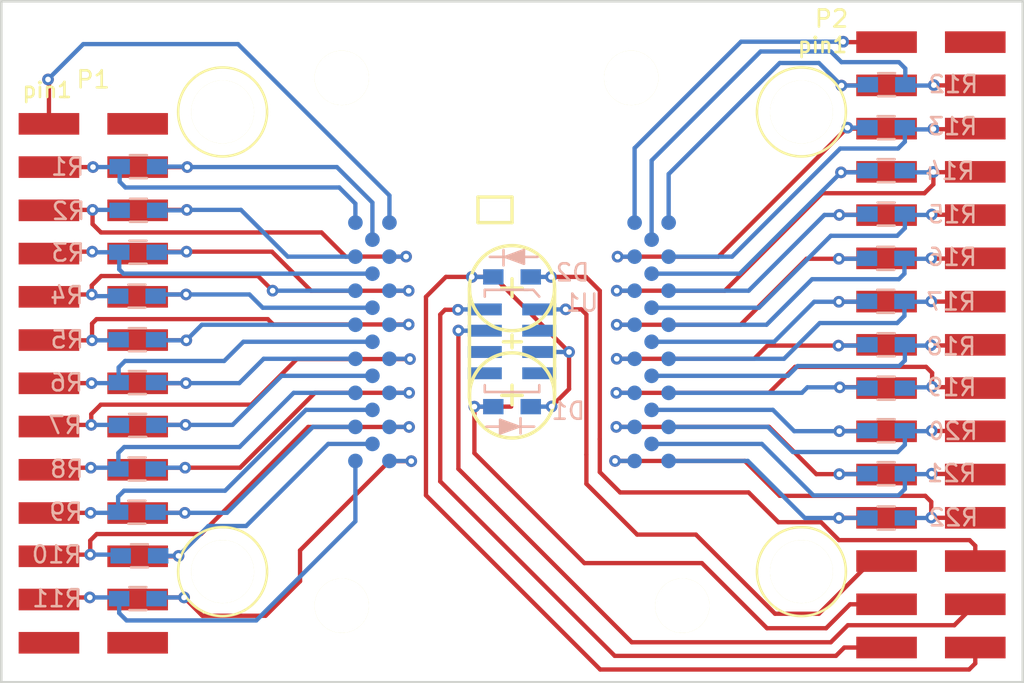
<source format=kicad_pcb>
(kicad_pcb (version 4) (host pcbnew 4.0.1-stable)

  (general
    (links 98)
    (no_connects 0)
    (area -30.075001 -20.0988 30.075001 22.095)
    (thickness 1.6)
    (drawings 21)
    (tracks 519)
    (zones 0)
    (modules 30)
    (nets 61)
  )

  (page A4)
  (layers
    (0 F.Cu signal)
    (31 B.Cu signal)
    (32 B.Adhes user)
    (33 F.Adhes user)
    (34 B.Paste user)
    (35 F.Paste user)
    (36 B.SilkS user)
    (37 F.SilkS user)
    (38 B.Mask user)
    (39 F.Mask user)
    (40 Dwgs.User user)
    (41 Cmts.User user)
    (42 Eco1.User user)
    (43 Eco2.User user)
    (44 Edge.Cuts user)
    (45 Margin user)
    (46 B.CrtYd user)
    (47 F.CrtYd user)
    (48 B.Fab user)
    (49 F.Fab user)
  )

  (setup
    (last_trace_width 0.25)
    (user_trace_width 0.1524)
    (user_trace_width 0.1778)
    (user_trace_width 0.254)
    (trace_clearance 0.2)
    (zone_clearance 0.508)
    (zone_45_only no)
    (trace_min 0.1524)
    (segment_width 0.2)
    (edge_width 0.15)
    (via_size 0.6858)
    (via_drill 0.3302)
    (via_min_size 0.6858)
    (via_min_drill 0.3302)
    (user_via 0.6858 0.3302)
    (uvia_size 0.3)
    (uvia_drill 0.1)
    (uvias_allowed no)
    (uvia_min_size 0.2)
    (uvia_min_drill 0.1)
    (pcb_text_width 0.3)
    (pcb_text_size 1.5 1.5)
    (mod_edge_width 0.15)
    (mod_text_size 1 1)
    (mod_text_width 0.15)
    (pad_size 1.524 1.524)
    (pad_drill 0.762)
    (pad_to_mask_clearance 0.2)
    (aux_axis_origin 0 0)
    (visible_elements 7FFFFF7F)
    (pcbplotparams
      (layerselection 0x010f0_80000001)
      (usegerberextensions true)
      (excludeedgelayer true)
      (linewidth 0.100000)
      (plotframeref false)
      (viasonmask false)
      (mode 1)
      (useauxorigin false)
      (hpglpennumber 1)
      (hpglpenspeed 20)
      (hpglpendiameter 15)
      (hpglpenoverlay 2)
      (psnegative false)
      (psa4output false)
      (plotreference true)
      (plotvalue true)
      (plotinvisibletext false)
      (padsonsilk false)
      (subtractmaskfromsilk false)
      (outputformat 1)
      (mirror false)
      (drillshape 0)
      (scaleselection 1)
      (outputdirectory project_outputs/))
  )

  (net 0 "")
  (net 1 /MID1)
  (net 2 /MID2)
  (net 3 /A1)
  (net 4 /A2)
  (net 5 /B1)
  (net 6 /B2)
  (net 7 /LED1)
  (net 8 GND)
  (net 9 /LED2)
  (net 10 "Net-(P1-Pad2)")
  (net 11 /C1)
  (net 12 /C2)
  (net 13 /D1)
  (net 14 /D2)
  (net 15 /E1)
  (net 16 /E2)
  (net 17 /F1)
  (net 18 /F2)
  (net 19 /G1)
  (net 20 /G2)
  (net 21 /H1)
  (net 22 /H2)
  (net 23 /I1)
  (net 24 /I2)
  (net 25 /J1)
  (net 26 /J2)
  (net 27 /K1)
  (net 28 /K2)
  (net 29 "Net-(P1-Pad25)")
  (net 30 "Net-(P1-Pad26)")
  (net 31 /L1)
  (net 32 /L2)
  (net 33 /M1)
  (net 34 /M2)
  (net 35 /N1)
  (net 36 /N2)
  (net 37 /O1)
  (net 38 /O2)
  (net 39 /P1)
  (net 40 /P2)
  (net 41 /Q1)
  (net 42 /Q2)
  (net 43 /R1)
  (net 44 /R2)
  (net 45 /S1)
  (net 46 /S2)
  (net 47 /T1)
  (net 48 /T2)
  (net 49 /U1)
  (net 50 /U2)
  (net 51 /V1)
  (net 52 /V2)
  (net 53 "Net-(U1-Pad4)")
  (net 54 "Net-(U1-Pad5)")
  (net 55 "Net-(U1-Pad6)")
  (net 56 /SDA)
  (net 57 /SCL)
  (net 58 /VDD)
  (net 59 "Net-(U1-Pad2)")
  (net 60 "Net-(P2-Pad2)")

  (net_class Default "This is the default net class."
    (clearance 0.2)
    (trace_width 0.25)
    (via_dia 0.6858)
    (via_drill 0.3302)
    (uvia_dia 0.3)
    (uvia_drill 0.1)
    (add_net /A1)
    (add_net /A2)
    (add_net /B1)
    (add_net /B2)
    (add_net /C1)
    (add_net /C2)
    (add_net /D1)
    (add_net /D2)
    (add_net /E1)
    (add_net /E2)
    (add_net /F1)
    (add_net /F2)
    (add_net /G1)
    (add_net /G2)
    (add_net /H1)
    (add_net /H2)
    (add_net /I1)
    (add_net /I2)
    (add_net /J1)
    (add_net /J2)
    (add_net /K1)
    (add_net /K2)
    (add_net /L1)
    (add_net /L2)
    (add_net /LED1)
    (add_net /LED2)
    (add_net /M1)
    (add_net /M2)
    (add_net /MID1)
    (add_net /MID2)
    (add_net /N1)
    (add_net /N2)
    (add_net /O1)
    (add_net /O2)
    (add_net /P1)
    (add_net /P2)
    (add_net /Q1)
    (add_net /Q2)
    (add_net /R1)
    (add_net /R2)
    (add_net /S1)
    (add_net /S2)
    (add_net /SCL)
    (add_net /SDA)
    (add_net /T1)
    (add_net /T2)
    (add_net /U1)
    (add_net /U2)
    (add_net /V1)
    (add_net /V2)
    (add_net /VDD)
    (add_net GND)
    (add_net "Net-(P1-Pad2)")
    (add_net "Net-(P1-Pad25)")
    (add_net "Net-(P1-Pad26)")
    (add_net "Net-(P2-Pad2)")
    (add_net "Net-(U1-Pad2)")
    (add_net "Net-(U1-Pad4)")
    (add_net "Net-(U1-Pad5)")
    (add_net "Net-(U1-Pad6)")
  )

  (module Footprints:mount_holes (layer F.Cu) (tedit 58874106) (tstamp 58873C8F)
    (at 0 0)
    (path /5887E3FD)
    (fp_text reference H1 (at 0.925 19.725) (layer F.SilkS) hide
      (effects (font (size 1 1) (thickness 0.15)))
    )
    (fp_text value mount_holes (at 1.325 17.925) (layer F.Fab) hide
      (effects (font (size 1 1) (thickness 0.15)))
    )
    (fp_circle (center -17 -13.5) (end -19.6122 -13.5) (layer F.SilkS) (width 0.15))
    (fp_circle (center 17 13.5) (end 19.6122 13.5) (layer F.SilkS) (width 0.15))
    (fp_circle (center 17 -13.5) (end 19.6122 -13.5) (layer F.SilkS) (width 0.15))
    (fp_circle (center -17 13.5) (end -19.6122 13.5) (layer F.SilkS) (width 0.15))
    (pad "" np_thru_hole circle (at -17 -13.5) (size 3.7 3.7) (drill 3.7) (layers *.Cu *.Mask F.SilkS))
    (pad "" np_thru_hole circle (at -17 13.5) (size 3.7 3.7) (drill 3.7) (layers *.Cu *.Mask F.SilkS))
    (pad "" np_thru_hole circle (at 17 13.5) (size 3.7 3.7) (drill 3.7) (layers *.Cu *.Mask F.SilkS))
    (pad "" np_thru_hole circle (at 17 -13.5) (size 3.7 3.7) (drill 3.7) (layers *.Cu *.Mask F.SilkS))
  )

  (module MS8607 (layer B.Cu) (tedit 58871A13) (tstamp 5886EF57)
    (at 0 0 180)
    (path /5886E2E5)
    (fp_text reference U1 (at -4.064 2.286 180) (layer B.SilkS)
      (effects (font (size 1 1) (thickness 0.15)) (justify mirror))
    )
    (fp_text value MS8607 (at 0.4 -3.85 180) (layer B.Fab) hide
      (effects (font (size 1 1) (thickness 0.15)) (justify mirror))
    )
    (fp_line (start -1.6 2.65) (end -1.25 3.05) (layer B.SilkS) (width 0.15))
    (fp_line (start -1.25 3.05) (end -0.7 3.05) (layer B.SilkS) (width 0.15))
    (fp_line (start -0.95 3.05) (end 1.6 3.05) (layer B.SilkS) (width 0.15))
    (fp_line (start -1.6 -2.55) (end -1.6 -2.95) (layer B.SilkS) (width 0.15))
    (fp_line (start -1.6 -2.95) (end 1.6 -2.95) (layer B.SilkS) (width 0.15))
    (fp_line (start 1.6 -2.95) (end 1.6 -2.55) (layer B.SilkS) (width 0.15))
    (fp_line (start 1.6 3.05) (end 1.6 2.65) (layer B.SilkS) (width 0.15))
    (pad 4 smd rect (at -1.6 -1.85 180) (size 2 0.7) (layers B.Cu B.Paste B.Mask)
      (net 53 "Net-(U1-Pad4)"))
    (pad 5 smd rect (at 1.6 -1.85 180) (size 2 0.7) (layers B.Cu B.Paste B.Mask)
      (net 54 "Net-(U1-Pad5)"))
    (pad 6 smd rect (at 1.6 -0.6 180) (size 2 0.7) (layers B.Cu B.Paste B.Mask)
      (net 55 "Net-(U1-Pad6)"))
    (pad 7 smd rect (at 1.6 0.65 180) (size 2 0.7) (layers B.Cu B.Paste B.Mask)
      (net 56 /SDA))
    (pad 8 smd rect (at 1.6 1.9 180) (size 2 0.7) (layers B.Cu B.Paste B.Mask)
      (net 57 /SCL))
    (pad 1 smd rect (at -1.6 1.9 180) (size 2 0.7) (layers B.Cu B.Paste B.Mask)
      (net 58 /VDD))
    (pad 2 smd rect (at -1.6 0.65 180) (size 2 0.7) (layers B.Cu B.Paste B.Mask)
      (net 59 "Net-(U1-Pad2)"))
    (pad 3 smd rect (at -1.6 -0.6 180) (size 2 0.7) (layers B.Cu B.Paste B.Mask)
      (net 8 GND))
  )

  (module R_0603_HandSoldering (layer B.Cu) (tedit 58875327) (tstamp 58871286)
    (at -21.99132 4.91236)
    (descr "Resistor SMD 0603, hand soldering")
    (tags "resistor 0603")
    (path /5886DD69)
    (attr smd)
    (fp_text reference R7 (at -4.25868 -0.01236) (layer B.SilkS)
      (effects (font (size 1 1) (thickness 0.15)) (justify mirror))
    )
    (fp_text value 10k (at 0 -1.9) (layer B.Fab) hide
      (effects (font (size 1 1) (thickness 0.15)) (justify mirror))
    )
    (fp_line (start -2 0.8) (end 2 0.8) (layer B.CrtYd) (width 0.05))
    (fp_line (start -2 -0.8) (end 2 -0.8) (layer B.CrtYd) (width 0.05))
    (fp_line (start -2 0.8) (end -2 -0.8) (layer B.CrtYd) (width 0.05))
    (fp_line (start 2 0.8) (end 2 -0.8) (layer B.CrtYd) (width 0.05))
    (fp_line (start 0.5 -0.675) (end -0.5 -0.675) (layer B.SilkS) (width 0.15))
    (fp_line (start -0.5 0.675) (end 0.5 0.675) (layer B.SilkS) (width 0.15))
    (pad 1 smd rect (at -1.1 0) (size 1.2 0.9) (layers B.Cu B.Paste B.Mask)
      (net 19 /G1))
    (pad 2 smd rect (at 1.1 0) (size 1.2 0.9) (layers B.Cu B.Paste B.Mask)
      (net 20 /G2))
    (model Resistors_SMD.3dshapes/R_0603_HandSoldering.wrl
      (at (xyz 0 0 0))
      (scale (xyz 1 1 1))
      (rotate (xyz 0 0 0))
    )
  )

  (module Footprints:header_smt_2x13 (layer F.Cu) (tedit 5887072C) (tstamp 58870A2D)
    (at -27.2 -12.8 270)
    (path /5886C19D)
    (fp_text reference P1 (at -2.6 -2.6 360) (layer F.SilkS)
      (effects (font (size 1 1) (thickness 0.15)))
    )
    (fp_text value CONN_02X13 (at 33.16 -2.36 360) (layer F.Fab) hide
      (effects (font (size 1 1) (thickness 0.15)))
    )
    (pad 1 smd rect (at 0 0 270) (size 1.27 3.56) (layers F.Cu F.Paste F.Mask)
      (net 1 /MID1))
    (pad 2 smd rect (at 0 -5.21 270) (size 1.27 3.56) (layers F.Cu F.Paste F.Mask)
      (net 10 "Net-(P1-Pad2)"))
    (pad 3 smd rect (at 2.54 0 270) (size 1.27 3.56) (layers F.Cu F.Paste F.Mask)
      (net 3 /A1))
    (pad 4 smd rect (at 2.54 -5.21 270) (size 1.27 3.56) (layers F.Cu F.Paste F.Mask)
      (net 4 /A2))
    (pad 5 smd rect (at 5.08 0 270) (size 1.27 3.56) (layers F.Cu F.Paste F.Mask)
      (net 5 /B1))
    (pad 6 smd rect (at 5.08 -5.21 270) (size 1.27 3.56) (layers F.Cu F.Paste F.Mask)
      (net 6 /B2))
    (pad 7 smd rect (at 7.62 0 270) (size 1.27 3.56) (layers F.Cu F.Paste F.Mask)
      (net 11 /C1))
    (pad 8 smd rect (at 7.62 -5.21 270) (size 1.27 3.56) (layers F.Cu F.Paste F.Mask)
      (net 12 /C2))
    (pad 9 smd rect (at 10.16 0 270) (size 1.27 3.56) (layers F.Cu F.Paste F.Mask)
      (net 13 /D1))
    (pad 10 smd rect (at 10.16 -5.21 270) (size 1.27 3.56) (layers F.Cu F.Paste F.Mask)
      (net 14 /D2))
    (pad 11 smd rect (at 12.7 0 270) (size 1.27 3.56) (layers F.Cu F.Paste F.Mask)
      (net 15 /E1))
    (pad 12 smd rect (at 12.7 -5.21 270) (size 1.27 3.56) (layers F.Cu F.Paste F.Mask)
      (net 16 /E2))
    (pad 13 smd rect (at 15.24 0 270) (size 1.27 3.56) (layers F.Cu F.Paste F.Mask)
      (net 17 /F1))
    (pad 14 smd rect (at 15.24 -5.21 270) (size 1.27 3.56) (layers F.Cu F.Paste F.Mask)
      (net 18 /F2))
    (pad 15 smd rect (at 17.78 0 270) (size 1.27 3.56) (layers F.Cu F.Paste F.Mask)
      (net 19 /G1))
    (pad 16 smd rect (at 17.78 -5.21 270) (size 1.27 3.56) (layers F.Cu F.Paste F.Mask)
      (net 20 /G2))
    (pad 17 smd rect (at 20.32 0 270) (size 1.27 3.56) (layers F.Cu F.Paste F.Mask)
      (net 21 /H1))
    (pad 18 smd rect (at 20.32 -5.21 270) (size 1.27 3.56) (layers F.Cu F.Paste F.Mask)
      (net 22 /H2))
    (pad 19 smd rect (at 22.86 0 270) (size 1.27 3.56) (layers F.Cu F.Paste F.Mask)
      (net 23 /I1))
    (pad 20 smd rect (at 22.86 -5.21 270) (size 1.27 3.56) (layers F.Cu F.Paste F.Mask)
      (net 24 /I2))
    (pad 21 smd rect (at 25.4 0 270) (size 1.27 3.56) (layers F.Cu F.Paste F.Mask)
      (net 25 /J1))
    (pad 22 smd rect (at 25.4 -5.21 270) (size 1.27 3.56) (layers F.Cu F.Paste F.Mask)
      (net 26 /J2))
    (pad 23 smd rect (at 27.94 0 270) (size 1.27 3.56) (layers F.Cu F.Paste F.Mask)
      (net 27 /K1))
    (pad 24 smd rect (at 27.94 -5.21 270) (size 1.27 3.56) (layers F.Cu F.Paste F.Mask)
      (net 28 /K2))
    (pad 25 smd rect (at 30.48 0 270) (size 1.27 3.56) (layers F.Cu F.Paste F.Mask)
      (net 29 "Net-(P1-Pad25)"))
    (pad 26 smd rect (at 30.48 -5.21 270) (size 1.27 3.56) (layers F.Cu F.Paste F.Mask)
      (net 30 "Net-(P1-Pad26)"))
  )

  (module Footprints:header_smt_2x15 (layer F.Cu) (tedit 58872599) (tstamp 58870A6B)
    (at 22 -17.6 270)
    (path /5886C14C)
    (fp_text reference P2 (at -1.3738 3.2326 360) (layer F.SilkS)
      (effects (font (size 1 1) (thickness 0.15)))
    )
    (fp_text value CONN_02X15 (at 38.72 -2.32 360) (layer F.Fab) hide
      (effects (font (size 1 1) (thickness 0.15)))
    )
    (pad 1 smd rect (at 0 0 270) (size 1.27 3.56) (layers F.Cu F.Paste F.Mask)
      (net 2 /MID2))
    (pad 2 smd rect (at 0 -5.21 270) (size 1.27 3.56) (layers F.Cu F.Paste F.Mask)
      (net 60 "Net-(P2-Pad2)"))
    (pad 3 smd rect (at 2.54 0 270) (size 1.27 3.56) (layers F.Cu F.Paste F.Mask)
      (net 31 /L1))
    (pad 4 smd rect (at 2.54 -5.21 270) (size 1.27 3.56) (layers F.Cu F.Paste F.Mask)
      (net 32 /L2))
    (pad 5 smd rect (at 5.08 0 270) (size 1.27 3.56) (layers F.Cu F.Paste F.Mask)
      (net 33 /M1))
    (pad 6 smd rect (at 5.08 -5.21 270) (size 1.27 3.56) (layers F.Cu F.Paste F.Mask)
      (net 34 /M2))
    (pad 7 smd rect (at 7.62 0 270) (size 1.27 3.56) (layers F.Cu F.Paste F.Mask)
      (net 35 /N1))
    (pad 8 smd rect (at 7.62 -5.21 270) (size 1.27 3.56) (layers F.Cu F.Paste F.Mask)
      (net 36 /N2))
    (pad 9 smd rect (at 10.16 0 270) (size 1.27 3.56) (layers F.Cu F.Paste F.Mask)
      (net 37 /O1))
    (pad 10 smd rect (at 10.16 -5.21 270) (size 1.27 3.56) (layers F.Cu F.Paste F.Mask)
      (net 38 /O2))
    (pad 11 smd rect (at 12.7 0 270) (size 1.27 3.56) (layers F.Cu F.Paste F.Mask)
      (net 39 /P1))
    (pad 12 smd rect (at 12.7 -5.21 270) (size 1.27 3.56) (layers F.Cu F.Paste F.Mask)
      (net 40 /P2))
    (pad 13 smd rect (at 15.24 0 270) (size 1.27 3.56) (layers F.Cu F.Paste F.Mask)
      (net 41 /Q1))
    (pad 14 smd rect (at 15.24 -5.21 270) (size 1.27 3.56) (layers F.Cu F.Paste F.Mask)
      (net 42 /Q2))
    (pad 15 smd rect (at 17.78 0 270) (size 1.27 3.56) (layers F.Cu F.Paste F.Mask)
      (net 43 /R1))
    (pad 16 smd rect (at 17.78 -5.21 270) (size 1.27 3.56) (layers F.Cu F.Paste F.Mask)
      (net 44 /R2))
    (pad 17 smd rect (at 20.32 0 270) (size 1.27 3.56) (layers F.Cu F.Paste F.Mask)
      (net 45 /S1))
    (pad 18 smd rect (at 20.32 -5.21 270) (size 1.27 3.56) (layers F.Cu F.Paste F.Mask)
      (net 46 /S2))
    (pad 19 smd rect (at 22.86 0 270) (size 1.27 3.56) (layers F.Cu F.Paste F.Mask)
      (net 47 /T1))
    (pad 20 smd rect (at 22.86 -5.21 270) (size 1.27 3.56) (layers F.Cu F.Paste F.Mask)
      (net 48 /T2))
    (pad 21 smd rect (at 25.4 0 270) (size 1.27 3.56) (layers F.Cu F.Paste F.Mask)
      (net 49 /U1))
    (pad 22 smd rect (at 25.4 -5.21 270) (size 1.27 3.56) (layers F.Cu F.Paste F.Mask)
      (net 50 /U2))
    (pad 23 smd rect (at 27.94 0 270) (size 1.27 3.56) (layers F.Cu F.Paste F.Mask)
      (net 51 /V1))
    (pad 24 smd rect (at 27.94 -5.21 270) (size 1.27 3.56) (layers F.Cu F.Paste F.Mask)
      (net 52 /V2))
    (pad 25 smd rect (at 30.48 0 270) (size 1.27 3.56) (layers F.Cu F.Paste F.Mask)
      (net 58 /VDD))
    (pad 26 smd rect (at 30.48 -5.21 270) (size 1.27 3.56) (layers F.Cu F.Paste F.Mask)
      (net 9 /LED2))
    (pad 27 smd rect (at 33.02 0 270) (size 1.27 3.56) (layers F.Cu F.Paste F.Mask)
      (net 7 /LED1))
    (pad 28 smd rect (at 33.02 -5.21 270) (size 1.27 3.56) (layers F.Cu F.Paste F.Mask)
      (net 56 /SDA))
    (pad 29 smd rect (at 35.56 0 270) (size 1.27 3.56) (layers F.Cu F.Paste F.Mask)
      (net 57 /SCL))
    (pad 30 smd rect (at 35.56 -5.21 270) (size 1.27 3.56) (layers F.Cu F.Paste F.Mask)
      (net 8 GND))
  )

  (module Footprints:bondpads (layer B.Cu) (tedit 5886F4EF) (tstamp 588711FB)
    (at 0 0 180)
    (path /58831B10)
    (fp_text reference BP1 (at -1.8 -0.5 180) (layer B.SilkS) hide
      (effects (font (size 1 1) (thickness 0.15)) (justify mirror))
    )
    (fp_text value "Die Bond Pads" (at -1.8 0.5 180) (layer B.Fab) hide
      (effects (font (size 1 1) (thickness 0.15)) (justify mirror))
    )
    (pad 1 smd circle (at -7.2 7 180) (size 0.86 0.86) (layers B.Cu B.Paste B.Mask)
      (net 2 /MID2))
    (pad 2 smd circle (at 7.2 7 180) (size 0.86 0.86) (layers B.Cu B.Paste B.Mask)
      (net 1 /MID1))
    (pad 3 smd circle (at 9.2 7 180) (size 0.86 0.86) (layers B.Cu B.Paste B.Mask)
      (net 3 /A1))
    (pad 4 smd circle (at 8.2 6 180) (size 0.86 0.86) (layers B.Cu B.Paste B.Mask)
      (net 4 /A2))
    (pad 5 smd circle (at 7.2 5 180) (size 0.86 0.86) (layers B.Cu B.Paste B.Mask)
      (net 5 /B1))
    (pad 6 smd circle (at 9.2 5 180) (size 0.86 0.86) (layers B.Cu B.Paste B.Mask)
      (net 6 /B2))
    (pad 7 smd circle (at 8.2 4 180) (size 0.86 0.86) (layers B.Cu B.Paste B.Mask)
      (net 11 /C1))
    (pad 8 smd circle (at 7.2 3 180) (size 0.86 0.86) (layers B.Cu B.Paste B.Mask)
      (net 12 /C2))
    (pad 9 smd circle (at 9.2 3 180) (size 0.86 0.86) (layers B.Cu B.Paste B.Mask)
      (net 13 /D1))
    (pad 10 smd circle (at 8.2 2 180) (size 0.86 0.86) (layers B.Cu B.Paste B.Mask)
      (net 14 /D2))
    (pad 11 smd circle (at 7.2 1 180) (size 0.86 0.86) (layers B.Cu B.Paste B.Mask)
      (net 15 /E1))
    (pad 12 smd circle (at 9.2 1 180) (size 0.86 0.86) (layers B.Cu B.Paste B.Mask)
      (net 16 /E2))
    (pad 13 smd circle (at 8.2 0 180) (size 0.86 0.86) (layers B.Cu B.Paste B.Mask)
      (net 17 /F1))
    (pad 14 smd circle (at 9.2 -1 180) (size 0.86 0.86) (layers B.Cu B.Paste B.Mask)
      (net 18 /F2))
    (pad 15 smd circle (at 7.2 -1 180) (size 0.86 0.86) (layers B.Cu B.Paste B.Mask)
      (net 19 /G1))
    (pad 16 smd circle (at 8.2 -2 180) (size 0.86 0.86) (layers B.Cu B.Paste B.Mask)
      (net 20 /G2))
    (pad 17 smd circle (at 9.2 -3 180) (size 0.86 0.86) (layers B.Cu B.Paste B.Mask)
      (net 21 /H1))
    (pad 18 smd circle (at 7.2 -3 180) (size 0.86 0.86) (layers B.Cu B.Paste B.Mask)
      (net 22 /H2))
    (pad 19 smd circle (at 8.2 -4 180) (size 0.86 0.86) (layers B.Cu B.Paste B.Mask)
      (net 23 /I1))
    (pad 20 smd circle (at 9.2 -5 180) (size 0.86 0.86) (layers B.Cu B.Paste B.Mask)
      (net 24 /I2))
    (pad 21 smd circle (at 7.2 -5 180) (size 0.86 0.86) (layers B.Cu B.Paste B.Mask)
      (net 25 /J1))
    (pad 22 smd circle (at 8.2 -6 180) (size 0.86 0.86) (layers B.Cu B.Paste B.Mask)
      (net 26 /J2))
    (pad 23 smd circle (at 9.2 -7 180) (size 0.86 0.86) (layers B.Cu B.Paste B.Mask)
      (net 27 /K1))
    (pad 24 smd circle (at 7.2 -7 180) (size 0.86 0.86) (layers B.Cu B.Paste B.Mask)
      (net 28 /K2))
    (pad 25 smd circle (at -9.2 7 180) (size 0.86 0.86) (layers B.Cu B.Paste B.Mask)
      (net 31 /L1))
    (pad 26 smd circle (at -8.2 6 180) (size 0.86 0.86) (layers B.Cu B.Paste B.Mask)
      (net 32 /L2))
    (pad 27 smd circle (at -7.2 5 180) (size 0.86 0.86) (layers B.Cu B.Paste B.Mask)
      (net 33 /M1))
    (pad 28 smd circle (at -9.2 5 180) (size 0.86 0.86) (layers B.Cu B.Paste B.Mask)
      (net 34 /M2))
    (pad 29 smd circle (at -8.2 4 180) (size 0.86 0.86) (layers B.Cu B.Paste B.Mask)
      (net 35 /N1))
    (pad 30 smd circle (at -7.2 3 180) (size 0.86 0.86) (layers B.Cu B.Paste B.Mask)
      (net 36 /N2))
    (pad 31 smd circle (at -9.2 3 180) (size 0.86 0.86) (layers B.Cu B.Paste B.Mask)
      (net 37 /O1))
    (pad 32 smd circle (at -8.2 2 180) (size 0.86 0.86) (layers B.Cu B.Paste B.Mask)
      (net 38 /O2))
    (pad 33 smd circle (at -7.2 1 180) (size 0.86 0.86) (layers B.Cu B.Paste B.Mask)
      (net 39 /P1))
    (pad 34 smd circle (at -9.2 1 180) (size 0.86 0.86) (layers B.Cu B.Paste B.Mask)
      (net 40 /P2))
    (pad 35 smd circle (at -8.2 0 180) (size 0.86 0.86) (layers B.Cu B.Paste B.Mask)
      (net 41 /Q1))
    (pad 36 smd circle (at -9.2 -1 180) (size 0.86 0.86) (layers B.Cu B.Paste B.Mask)
      (net 42 /Q2))
    (pad 37 smd circle (at -7.2 -1 180) (size 0.86 0.86) (layers B.Cu B.Paste B.Mask)
      (net 43 /R1))
    (pad 38 smd circle (at -8.2 -2 180) (size 0.86 0.86) (layers B.Cu B.Paste B.Mask)
      (net 44 /R2))
    (pad 39 smd circle (at -9.2 -3 180) (size 0.86 0.86) (layers B.Cu B.Paste B.Mask)
      (net 45 /S1))
    (pad 40 smd circle (at -7.2 -3 180) (size 0.86 0.86) (layers B.Cu B.Paste B.Mask)
      (net 46 /S2))
    (pad 41 smd circle (at -8.2 -4 180) (size 0.86 0.86) (layers B.Cu B.Paste B.Mask)
      (net 47 /T1))
    (pad 42 smd circle (at -9.2 -5 180) (size 0.86 0.86) (layers B.Cu B.Paste B.Mask)
      (net 48 /T2))
    (pad 43 smd circle (at -7.2 -5 180) (size 0.86 0.86) (layers B.Cu B.Paste B.Mask)
      (net 49 /U1))
    (pad 44 smd circle (at -8.2 -6 180) (size 0.86 0.86) (layers B.Cu B.Paste B.Mask)
      (net 50 /U2))
    (pad 45 smd circle (at -9.2 -7 180) (size 0.86 0.86) (layers B.Cu B.Paste B.Mask)
      (net 51 /V1))
    (pad 46 smd circle (at -7.2 -7 180) (size 0.86 0.86) (layers B.Cu B.Paste B.Mask)
      (net 52 /V2))
  )

  (module Footprints:dowel_holes (layer F.Cu) (tedit 58870316) (tstamp 5887146C)
    (at 0 0)
    (path /5887E2E5)
    (fp_text reference H2 (at 0 0.5) (layer F.SilkS) hide
      (effects (font (size 1 1) (thickness 0.15)))
    )
    (fp_text value dowel_holes (at 0 -0.5) (layer F.Fab) hide
      (effects (font (size 1 1) (thickness 0.15)))
    )
    (pad "" np_thru_hole circle (at -10 -15.5) (size 3.2 3.2) (drill 3.2) (layers *.Cu *.Mask F.SilkS))
    (pad "" np_thru_hole circle (at -10 15.5) (size 3.2 3.2) (drill 3.2) (layers *.Cu *.Mask F.SilkS))
    (pad "" np_thru_hole circle (at 10 15.5) (size 3.2 3.2) (drill 3.2) (layers *.Cu *.Mask F.SilkS))
    (pad "" np_thru_hole circle (at 7 -15.5) (size 3.2 3.2) (drill 3.2) (layers *.Cu *.Mask F.SilkS))
  )

  (module Footprints:R_0603_HandSoldering (layer B.Cu) (tedit 5887530F) (tstamp 5887122C)
    (at -21.9456 -10.287)
    (descr "Resistor SMD 0603, hand soldering")
    (tags "resistor 0603")
    (path /5886D086)
    (attr smd)
    (fp_text reference R1 (at -4.1544 0.012) (layer B.SilkS)
      (effects (font (size 1 1) (thickness 0.15)) (justify mirror))
    )
    (fp_text value 1k (at 0 -1.9) (layer B.Fab) hide
      (effects (font (size 1 1) (thickness 0.15)) (justify mirror))
    )
    (fp_line (start -2 0.8) (end 2 0.8) (layer B.CrtYd) (width 0.05))
    (fp_line (start -2 -0.8) (end 2 -0.8) (layer B.CrtYd) (width 0.05))
    (fp_line (start -2 0.8) (end -2 -0.8) (layer B.CrtYd) (width 0.05))
    (fp_line (start 2 0.8) (end 2 -0.8) (layer B.CrtYd) (width 0.05))
    (fp_line (start 0.5 -0.675) (end -0.5 -0.675) (layer B.SilkS) (width 0.15))
    (fp_line (start -0.5 0.675) (end 0.5 0.675) (layer B.SilkS) (width 0.15))
    (pad 1 smd rect (at -1.1 0) (size 1.2 0.9) (layers B.Cu B.Paste B.Mask)
      (net 3 /A1))
    (pad 2 smd rect (at 1.1 0) (size 1.2 0.9) (layers B.Cu B.Paste B.Mask)
      (net 4 /A2))
    (model Resistors_SMD.3dshapes/R_0603_HandSoldering.wrl
      (at (xyz 0 0 0))
      (scale (xyz 1 1 1))
      (rotate (xyz 0 0 0))
    )
  )

  (module Footprints:R_0603_HandSoldering (layer B.Cu) (tedit 58875313) (tstamp 5887123B)
    (at -21.9456 -7.7216)
    (descr "Resistor SMD 0603, hand soldering")
    (tags "resistor 0603")
    (path /5886D49C)
    (attr smd)
    (fp_text reference R2 (at -4.1044 0.0466) (layer B.SilkS)
      (effects (font (size 1 1) (thickness 0.15)) (justify mirror))
    )
    (fp_text value 10k (at 0 -1.9) (layer B.Fab) hide
      (effects (font (size 1 1) (thickness 0.15)) (justify mirror))
    )
    (fp_line (start -2 0.8) (end 2 0.8) (layer B.CrtYd) (width 0.05))
    (fp_line (start -2 -0.8) (end 2 -0.8) (layer B.CrtYd) (width 0.05))
    (fp_line (start -2 0.8) (end -2 -0.8) (layer B.CrtYd) (width 0.05))
    (fp_line (start 2 0.8) (end 2 -0.8) (layer B.CrtYd) (width 0.05))
    (fp_line (start 0.5 -0.675) (end -0.5 -0.675) (layer B.SilkS) (width 0.15))
    (fp_line (start -0.5 0.675) (end 0.5 0.675) (layer B.SilkS) (width 0.15))
    (pad 1 smd rect (at -1.1 0) (size 1.2 0.9) (layers B.Cu B.Paste B.Mask)
      (net 5 /B1))
    (pad 2 smd rect (at 1.1 0) (size 1.2 0.9) (layers B.Cu B.Paste B.Mask)
      (net 6 /B2))
    (model Resistors_SMD.3dshapes/R_0603_HandSoldering.wrl
      (at (xyz 0 0 0))
      (scale (xyz 1 1 1))
      (rotate (xyz 0 0 0))
    )
  )

  (module Footprints:R_0603_HandSoldering (layer B.Cu) (tedit 58875317) (tstamp 5887124A)
    (at -21.971 -5.2578)
    (descr "Resistor SMD 0603, hand soldering")
    (tags "resistor 0603")
    (path /5886D8CD)
    (attr smd)
    (fp_text reference R3 (at -4.104 0.0328) (layer B.SilkS)
      (effects (font (size 1 1) (thickness 0.15)) (justify mirror))
    )
    (fp_text value 10k (at 0 -1.9) (layer B.Fab) hide
      (effects (font (size 1 1) (thickness 0.15)) (justify mirror))
    )
    (fp_line (start -2 0.8) (end 2 0.8) (layer B.CrtYd) (width 0.05))
    (fp_line (start -2 -0.8) (end 2 -0.8) (layer B.CrtYd) (width 0.05))
    (fp_line (start -2 0.8) (end -2 -0.8) (layer B.CrtYd) (width 0.05))
    (fp_line (start 2 0.8) (end 2 -0.8) (layer B.CrtYd) (width 0.05))
    (fp_line (start 0.5 -0.675) (end -0.5 -0.675) (layer B.SilkS) (width 0.15))
    (fp_line (start -0.5 0.675) (end 0.5 0.675) (layer B.SilkS) (width 0.15))
    (pad 1 smd rect (at -1.1 0) (size 1.2 0.9) (layers B.Cu B.Paste B.Mask)
      (net 11 /C1))
    (pad 2 smd rect (at 1.1 0) (size 1.2 0.9) (layers B.Cu B.Paste B.Mask)
      (net 12 /C2))
    (model Resistors_SMD.3dshapes/R_0603_HandSoldering.wrl
      (at (xyz 0 0 0))
      (scale (xyz 1 1 1))
      (rotate (xyz 0 0 0))
    )
  )

  (module Footprints:R_0603_HandSoldering (layer B.Cu) (tedit 5887531A) (tstamp 58871259)
    (at -22.0345 -2.6797)
    (descr "Resistor SMD 0603, hand soldering")
    (tags "resistor 0603")
    (path /5886D8D3)
    (attr smd)
    (fp_text reference R4 (at -4.1155 -0.0453) (layer B.SilkS)
      (effects (font (size 1 1) (thickness 0.15)) (justify mirror))
    )
    (fp_text value 10k (at 0 -1.9) (layer B.Fab) hide
      (effects (font (size 1 1) (thickness 0.15)) (justify mirror))
    )
    (fp_line (start -2 0.8) (end 2 0.8) (layer B.CrtYd) (width 0.05))
    (fp_line (start -2 -0.8) (end 2 -0.8) (layer B.CrtYd) (width 0.05))
    (fp_line (start -2 0.8) (end -2 -0.8) (layer B.CrtYd) (width 0.05))
    (fp_line (start 2 0.8) (end 2 -0.8) (layer B.CrtYd) (width 0.05))
    (fp_line (start 0.5 -0.675) (end -0.5 -0.675) (layer B.SilkS) (width 0.15))
    (fp_line (start -0.5 0.675) (end 0.5 0.675) (layer B.SilkS) (width 0.15))
    (pad 1 smd rect (at -1.1 0) (size 1.2 0.9) (layers B.Cu B.Paste B.Mask)
      (net 13 /D1))
    (pad 2 smd rect (at 1.1 0) (size 1.2 0.9) (layers B.Cu B.Paste B.Mask)
      (net 14 /D2))
    (model Resistors_SMD.3dshapes/R_0603_HandSoldering.wrl
      (at (xyz 0 0 0))
      (scale (xyz 1 1 1))
      (rotate (xyz 0 0 0))
    )
  )

  (module Footprints:R_0603_HandSoldering (layer B.Cu) (tedit 5887531E) (tstamp 58871268)
    (at -22.00656 -0.12192)
    (descr "Resistor SMD 0603, hand soldering")
    (tags "resistor 0603")
    (path /5886DD58)
    (attr smd)
    (fp_text reference R5 (at -4.11844 -0.00308) (layer B.SilkS)
      (effects (font (size 1 1) (thickness 0.15)) (justify mirror))
    )
    (fp_text value 10k (at 0 -1.9) (layer B.Fab) hide
      (effects (font (size 1 1) (thickness 0.15)) (justify mirror))
    )
    (fp_line (start -2 0.8) (end 2 0.8) (layer B.CrtYd) (width 0.05))
    (fp_line (start -2 -0.8) (end 2 -0.8) (layer B.CrtYd) (width 0.05))
    (fp_line (start -2 0.8) (end -2 -0.8) (layer B.CrtYd) (width 0.05))
    (fp_line (start 2 0.8) (end 2 -0.8) (layer B.CrtYd) (width 0.05))
    (fp_line (start 0.5 -0.675) (end -0.5 -0.675) (layer B.SilkS) (width 0.15))
    (fp_line (start -0.5 0.675) (end 0.5 0.675) (layer B.SilkS) (width 0.15))
    (pad 1 smd rect (at -1.1 0) (size 1.2 0.9) (layers B.Cu B.Paste B.Mask)
      (net 15 /E1))
    (pad 2 smd rect (at 1.1 0) (size 1.2 0.9) (layers B.Cu B.Paste B.Mask)
      (net 16 /E2))
    (model Resistors_SMD.3dshapes/R_0603_HandSoldering.wrl
      (at (xyz 0 0 0))
      (scale (xyz 1 1 1))
      (rotate (xyz 0 0 0))
    )
  )

  (module Footprints:R_0603_HandSoldering (layer B.Cu) (tedit 58875322) (tstamp 58871277)
    (at -22.00656 2.39776)
    (descr "Resistor SMD 0603, hand soldering")
    (tags "resistor 0603")
    (path /5886DD5E)
    (attr smd)
    (fp_text reference R6 (at -4.16844 0.00224) (layer B.SilkS)
      (effects (font (size 1 1) (thickness 0.15)) (justify mirror))
    )
    (fp_text value 10k (at 0 -1.9) (layer B.Fab) hide
      (effects (font (size 1 1) (thickness 0.15)) (justify mirror))
    )
    (fp_line (start -2 0.8) (end 2 0.8) (layer B.CrtYd) (width 0.05))
    (fp_line (start -2 -0.8) (end 2 -0.8) (layer B.CrtYd) (width 0.05))
    (fp_line (start -2 0.8) (end -2 -0.8) (layer B.CrtYd) (width 0.05))
    (fp_line (start 2 0.8) (end 2 -0.8) (layer B.CrtYd) (width 0.05))
    (fp_line (start 0.5 -0.675) (end -0.5 -0.675) (layer B.SilkS) (width 0.15))
    (fp_line (start -0.5 0.675) (end 0.5 0.675) (layer B.SilkS) (width 0.15))
    (pad 1 smd rect (at -1.1 0) (size 1.2 0.9) (layers B.Cu B.Paste B.Mask)
      (net 17 /F1))
    (pad 2 smd rect (at 1.1 0) (size 1.2 0.9) (layers B.Cu B.Paste B.Mask)
      (net 18 /F2))
    (model Resistors_SMD.3dshapes/R_0603_HandSoldering.wrl
      (at (xyz 0 0 0))
      (scale (xyz 1 1 1))
      (rotate (xyz 0 0 0))
    )
  )

  (module Footprints:R_0603_HandSoldering (layer B.Cu) (tedit 5887532B) (tstamp 58871295)
    (at -22.0218 7.47268)
    (descr "Resistor SMD 0603, hand soldering")
    (tags "resistor 0603")
    (path /5886DD6F)
    (attr smd)
    (fp_text reference R8 (at -4.1282 0.00232) (layer B.SilkS)
      (effects (font (size 1 1) (thickness 0.15)) (justify mirror))
    )
    (fp_text value 10k (at 0 -1.9) (layer B.Fab) hide
      (effects (font (size 1 1) (thickness 0.15)) (justify mirror))
    )
    (fp_line (start -2 0.8) (end 2 0.8) (layer B.CrtYd) (width 0.05))
    (fp_line (start -2 -0.8) (end 2 -0.8) (layer B.CrtYd) (width 0.05))
    (fp_line (start -2 0.8) (end -2 -0.8) (layer B.CrtYd) (width 0.05))
    (fp_line (start 2 0.8) (end 2 -0.8) (layer B.CrtYd) (width 0.05))
    (fp_line (start 0.5 -0.675) (end -0.5 -0.675) (layer B.SilkS) (width 0.15))
    (fp_line (start -0.5 0.675) (end 0.5 0.675) (layer B.SilkS) (width 0.15))
    (pad 1 smd rect (at -1.1 0) (size 1.2 0.9) (layers B.Cu B.Paste B.Mask)
      (net 21 /H1))
    (pad 2 smd rect (at 1.1 0) (size 1.2 0.9) (layers B.Cu B.Paste B.Mask)
      (net 22 /H2))
    (model Resistors_SMD.3dshapes/R_0603_HandSoldering.wrl
      (at (xyz 0 0 0))
      (scale (xyz 1 1 1))
      (rotate (xyz 0 0 0))
    )
  )

  (module Footprints:R_0603_HandSoldering (layer B.Cu) (tedit 5887532F) (tstamp 588712A4)
    (at -22.03704 10.01268)
    (descr "Resistor SMD 0603, hand soldering")
    (tags "resistor 0603")
    (path /5886DE40)
    (attr smd)
    (fp_text reference R9 (at -4.16296 -0.01268) (layer B.SilkS)
      (effects (font (size 1 1) (thickness 0.15)) (justify mirror))
    )
    (fp_text value 10k (at 0 -1.9) (layer B.Fab) hide
      (effects (font (size 1 1) (thickness 0.15)) (justify mirror))
    )
    (fp_line (start -2 0.8) (end 2 0.8) (layer B.CrtYd) (width 0.05))
    (fp_line (start -2 -0.8) (end 2 -0.8) (layer B.CrtYd) (width 0.05))
    (fp_line (start -2 0.8) (end -2 -0.8) (layer B.CrtYd) (width 0.05))
    (fp_line (start 2 0.8) (end 2 -0.8) (layer B.CrtYd) (width 0.05))
    (fp_line (start 0.5 -0.675) (end -0.5 -0.675) (layer B.SilkS) (width 0.15))
    (fp_line (start -0.5 0.675) (end 0.5 0.675) (layer B.SilkS) (width 0.15))
    (pad 1 smd rect (at -1.1 0) (size 1.2 0.9) (layers B.Cu B.Paste B.Mask)
      (net 23 /I1))
    (pad 2 smd rect (at 1.1 0) (size 1.2 0.9) (layers B.Cu B.Paste B.Mask)
      (net 24 /I2))
    (model Resistors_SMD.3dshapes/R_0603_HandSoldering.wrl
      (at (xyz 0 0 0))
      (scale (xyz 1 1 1))
      (rotate (xyz 0 0 0))
    )
  )

  (module Footprints:R_0603_HandSoldering (layer B.Cu) (tedit 58875332) (tstamp 588712B3)
    (at -21.88464 12.573)
    (descr "Resistor SMD 0603, hand soldering")
    (tags "resistor 0603")
    (path /5886DE46)
    (attr smd)
    (fp_text reference R10 (at -4.86536 -0.073) (layer B.SilkS)
      (effects (font (size 1 1) (thickness 0.15)) (justify mirror))
    )
    (fp_text value 10k (at 0 -1.9) (layer B.Fab) hide
      (effects (font (size 1 1) (thickness 0.15)) (justify mirror))
    )
    (fp_line (start -2 0.8) (end 2 0.8) (layer B.CrtYd) (width 0.05))
    (fp_line (start -2 -0.8) (end 2 -0.8) (layer B.CrtYd) (width 0.05))
    (fp_line (start -2 0.8) (end -2 -0.8) (layer B.CrtYd) (width 0.05))
    (fp_line (start 2 0.8) (end 2 -0.8) (layer B.CrtYd) (width 0.05))
    (fp_line (start 0.5 -0.675) (end -0.5 -0.675) (layer B.SilkS) (width 0.15))
    (fp_line (start -0.5 0.675) (end 0.5 0.675) (layer B.SilkS) (width 0.15))
    (pad 1 smd rect (at -1.1 0) (size 1.2 0.9) (layers B.Cu B.Paste B.Mask)
      (net 25 /J1))
    (pad 2 smd rect (at 1.1 0) (size 1.2 0.9) (layers B.Cu B.Paste B.Mask)
      (net 26 /J2))
    (model Resistors_SMD.3dshapes/R_0603_HandSoldering.wrl
      (at (xyz 0 0 0))
      (scale (xyz 1 1 1))
      (rotate (xyz 0 0 0))
    )
  )

  (module Footprints:R_0603_HandSoldering (layer B.Cu) (tedit 58875337) (tstamp 588712C2)
    (at -21.97608 15.0876)
    (descr "Resistor SMD 0603, hand soldering")
    (tags "resistor 0603")
    (path /5886DE51)
    (attr smd)
    (fp_text reference R11 (at -4.74892 -0.0126) (layer B.SilkS)
      (effects (font (size 1 1) (thickness 0.15)) (justify mirror))
    )
    (fp_text value 10k (at 0 -1.9) (layer B.Fab) hide
      (effects (font (size 1 1) (thickness 0.15)) (justify mirror))
    )
    (fp_line (start -2 0.8) (end 2 0.8) (layer B.CrtYd) (width 0.05))
    (fp_line (start -2 -0.8) (end 2 -0.8) (layer B.CrtYd) (width 0.05))
    (fp_line (start -2 0.8) (end -2 -0.8) (layer B.CrtYd) (width 0.05))
    (fp_line (start 2 0.8) (end 2 -0.8) (layer B.CrtYd) (width 0.05))
    (fp_line (start 0.5 -0.675) (end -0.5 -0.675) (layer B.SilkS) (width 0.15))
    (fp_line (start -0.5 0.675) (end 0.5 0.675) (layer B.SilkS) (width 0.15))
    (pad 1 smd rect (at -1.1 0) (size 1.2 0.9) (layers B.Cu B.Paste B.Mask)
      (net 27 /K1))
    (pad 2 smd rect (at 1.1 0) (size 1.2 0.9) (layers B.Cu B.Paste B.Mask)
      (net 28 /K2))
    (model Resistors_SMD.3dshapes/R_0603_HandSoldering.wrl
      (at (xyz 0 0 0))
      (scale (xyz 1 1 1))
      (rotate (xyz 0 0 0))
    )
  )

  (module Footprints:R_0603_HandSoldering (layer B.Cu) (tedit 58874CA7) (tstamp 588712D1)
    (at 22 -15.1)
    (descr "Resistor SMD 0603, hand soldering")
    (tags "resistor 0603")
    (path /5886DE57)
    (attr smd)
    (fp_text reference R12 (at 3.925 -0.025) (layer B.SilkS)
      (effects (font (size 1 1) (thickness 0.15)) (justify mirror))
    )
    (fp_text value 10k (at 0 -1.9) (layer B.Fab) hide
      (effects (font (size 1 1) (thickness 0.15)) (justify mirror))
    )
    (fp_line (start -2 0.8) (end 2 0.8) (layer B.CrtYd) (width 0.05))
    (fp_line (start -2 -0.8) (end 2 -0.8) (layer B.CrtYd) (width 0.05))
    (fp_line (start -2 0.8) (end -2 -0.8) (layer B.CrtYd) (width 0.05))
    (fp_line (start 2 0.8) (end 2 -0.8) (layer B.CrtYd) (width 0.05))
    (fp_line (start 0.5 -0.675) (end -0.5 -0.675) (layer B.SilkS) (width 0.15))
    (fp_line (start -0.5 0.675) (end 0.5 0.675) (layer B.SilkS) (width 0.15))
    (pad 1 smd rect (at -1.1 0) (size 1.2 0.9) (layers B.Cu B.Paste B.Mask)
      (net 31 /L1))
    (pad 2 smd rect (at 1.1 0) (size 1.2 0.9) (layers B.Cu B.Paste B.Mask)
      (net 32 /L2))
    (model Resistors_SMD.3dshapes/R_0603_HandSoldering.wrl
      (at (xyz 0 0 0))
      (scale (xyz 1 1 1))
      (rotate (xyz 0 0 0))
    )
  )

  (module Footprints:R_0603_HandSoldering (layer B.Cu) (tedit 58871860) (tstamp 588712E0)
    (at 21.975 -12.575)
    (descr "Resistor SMD 0603, hand soldering")
    (tags "resistor 0603")
    (path /588709CF)
    (attr smd)
    (fp_text reference R13 (at 3.9 -0.075) (layer B.SilkS)
      (effects (font (size 1 1) (thickness 0.15)) (justify mirror))
    )
    (fp_text value 10k (at 0 -1.9) (layer B.Fab) hide
      (effects (font (size 1 1) (thickness 0.15)) (justify mirror))
    )
    (fp_line (start -2 0.8) (end 2 0.8) (layer B.CrtYd) (width 0.05))
    (fp_line (start -2 -0.8) (end 2 -0.8) (layer B.CrtYd) (width 0.05))
    (fp_line (start -2 0.8) (end -2 -0.8) (layer B.CrtYd) (width 0.05))
    (fp_line (start 2 0.8) (end 2 -0.8) (layer B.CrtYd) (width 0.05))
    (fp_line (start 0.5 -0.675) (end -0.5 -0.675) (layer B.SilkS) (width 0.15))
    (fp_line (start -0.5 0.675) (end 0.5 0.675) (layer B.SilkS) (width 0.15))
    (pad 1 smd rect (at -1.1 0) (size 1.2 0.9) (layers B.Cu B.Paste B.Mask)
      (net 33 /M1))
    (pad 2 smd rect (at 1.1 0) (size 1.2 0.9) (layers B.Cu B.Paste B.Mask)
      (net 34 /M2))
    (model Resistors_SMD.3dshapes/R_0603_HandSoldering.wrl
      (at (xyz 0 0 0))
      (scale (xyz 1 1 1))
      (rotate (xyz 0 0 0))
    )
  )

  (module Footprints:R_0603_HandSoldering (layer B.Cu) (tedit 5887185D) (tstamp 588712EF)
    (at 21.975 -10.05)
    (descr "Resistor SMD 0603, hand soldering")
    (tags "resistor 0603")
    (path /588709D5)
    (attr smd)
    (fp_text reference R14 (at 3.75 0.025) (layer B.SilkS)
      (effects (font (size 1 1) (thickness 0.15)) (justify mirror))
    )
    (fp_text value 10k (at 0 -1.9) (layer B.Fab) hide
      (effects (font (size 1 1) (thickness 0.15)) (justify mirror))
    )
    (fp_line (start -2 0.8) (end 2 0.8) (layer B.CrtYd) (width 0.05))
    (fp_line (start -2 -0.8) (end 2 -0.8) (layer B.CrtYd) (width 0.05))
    (fp_line (start -2 0.8) (end -2 -0.8) (layer B.CrtYd) (width 0.05))
    (fp_line (start 2 0.8) (end 2 -0.8) (layer B.CrtYd) (width 0.05))
    (fp_line (start 0.5 -0.675) (end -0.5 -0.675) (layer B.SilkS) (width 0.15))
    (fp_line (start -0.5 0.675) (end 0.5 0.675) (layer B.SilkS) (width 0.15))
    (pad 1 smd rect (at -1.1 0) (size 1.2 0.9) (layers B.Cu B.Paste B.Mask)
      (net 35 /N1))
    (pad 2 smd rect (at 1.1 0) (size 1.2 0.9) (layers B.Cu B.Paste B.Mask)
      (net 36 /N2))
    (model Resistors_SMD.3dshapes/R_0603_HandSoldering.wrl
      (at (xyz 0 0 0))
      (scale (xyz 1 1 1))
      (rotate (xyz 0 0 0))
    )
  )

  (module Footprints:R_0603_HandSoldering (layer B.Cu) (tedit 5887185B) (tstamp 588712FE)
    (at 21.975 -7.5)
    (descr "Resistor SMD 0603, hand soldering")
    (tags "resistor 0603")
    (path /588709E1)
    (attr smd)
    (fp_text reference R15 (at 3.9 0.025) (layer B.SilkS)
      (effects (font (size 1 1) (thickness 0.15)) (justify mirror))
    )
    (fp_text value 10k (at 0 -1.9) (layer B.Fab) hide
      (effects (font (size 1 1) (thickness 0.15)) (justify mirror))
    )
    (fp_line (start -2 0.8) (end 2 0.8) (layer B.CrtYd) (width 0.05))
    (fp_line (start -2 -0.8) (end 2 -0.8) (layer B.CrtYd) (width 0.05))
    (fp_line (start -2 0.8) (end -2 -0.8) (layer B.CrtYd) (width 0.05))
    (fp_line (start 2 0.8) (end 2 -0.8) (layer B.CrtYd) (width 0.05))
    (fp_line (start 0.5 -0.675) (end -0.5 -0.675) (layer B.SilkS) (width 0.15))
    (fp_line (start -0.5 0.675) (end 0.5 0.675) (layer B.SilkS) (width 0.15))
    (pad 1 smd rect (at -1.1 0) (size 1.2 0.9) (layers B.Cu B.Paste B.Mask)
      (net 37 /O1))
    (pad 2 smd rect (at 1.1 0) (size 1.2 0.9) (layers B.Cu B.Paste B.Mask)
      (net 38 /O2))
    (model Resistors_SMD.3dshapes/R_0603_HandSoldering.wrl
      (at (xyz 0 0 0))
      (scale (xyz 1 1 1))
      (rotate (xyz 0 0 0))
    )
  )

  (module Footprints:R_0603_HandSoldering (layer B.Cu) (tedit 58871854) (tstamp 5887130D)
    (at 21.95 -4.9)
    (descr "Resistor SMD 0603, hand soldering")
    (tags "resistor 0603")
    (path /588709E7)
    (attr smd)
    (fp_text reference R16 (at 3.9 -0.075) (layer B.SilkS)
      (effects (font (size 1 1) (thickness 0.15)) (justify mirror))
    )
    (fp_text value 10k (at 0 -1.9) (layer B.Fab) hide
      (effects (font (size 1 1) (thickness 0.15)) (justify mirror))
    )
    (fp_line (start -2 0.8) (end 2 0.8) (layer B.CrtYd) (width 0.05))
    (fp_line (start -2 -0.8) (end 2 -0.8) (layer B.CrtYd) (width 0.05))
    (fp_line (start -2 0.8) (end -2 -0.8) (layer B.CrtYd) (width 0.05))
    (fp_line (start 2 0.8) (end 2 -0.8) (layer B.CrtYd) (width 0.05))
    (fp_line (start 0.5 -0.675) (end -0.5 -0.675) (layer B.SilkS) (width 0.15))
    (fp_line (start -0.5 0.675) (end 0.5 0.675) (layer B.SilkS) (width 0.15))
    (pad 1 smd rect (at -1.1 0) (size 1.2 0.9) (layers B.Cu B.Paste B.Mask)
      (net 39 /P1))
    (pad 2 smd rect (at 1.1 0) (size 1.2 0.9) (layers B.Cu B.Paste B.Mask)
      (net 40 /P2))
    (model Resistors_SMD.3dshapes/R_0603_HandSoldering.wrl
      (at (xyz 0 0 0))
      (scale (xyz 1 1 1))
      (rotate (xyz 0 0 0))
    )
  )

  (module Footprints:R_0603_HandSoldering (layer B.Cu) (tedit 58871852) (tstamp 5887131C)
    (at 21.95 -2.375)
    (descr "Resistor SMD 0603, hand soldering")
    (tags "resistor 0603")
    (path /588709F0)
    (attr smd)
    (fp_text reference R17 (at 3.85 0.025) (layer B.SilkS)
      (effects (font (size 1 1) (thickness 0.15)) (justify mirror))
    )
    (fp_text value 10k (at 0 -1.9) (layer B.Fab) hide
      (effects (font (size 1 1) (thickness 0.15)) (justify mirror))
    )
    (fp_line (start -2 0.8) (end 2 0.8) (layer B.CrtYd) (width 0.05))
    (fp_line (start -2 -0.8) (end 2 -0.8) (layer B.CrtYd) (width 0.05))
    (fp_line (start -2 0.8) (end -2 -0.8) (layer B.CrtYd) (width 0.05))
    (fp_line (start 2 0.8) (end 2 -0.8) (layer B.CrtYd) (width 0.05))
    (fp_line (start 0.5 -0.675) (end -0.5 -0.675) (layer B.SilkS) (width 0.15))
    (fp_line (start -0.5 0.675) (end 0.5 0.675) (layer B.SilkS) (width 0.15))
    (pad 1 smd rect (at -1.1 0) (size 1.2 0.9) (layers B.Cu B.Paste B.Mask)
      (net 41 /Q1))
    (pad 2 smd rect (at 1.1 0) (size 1.2 0.9) (layers B.Cu B.Paste B.Mask)
      (net 42 /Q2))
    (model Resistors_SMD.3dshapes/R_0603_HandSoldering.wrl
      (at (xyz 0 0 0))
      (scale (xyz 1 1 1))
      (rotate (xyz 0 0 0))
    )
  )

  (module Footprints:R_0603_HandSoldering (layer B.Cu) (tedit 5887184F) (tstamp 5887132B)
    (at 21.975 0.175)
    (descr "Resistor SMD 0603, hand soldering")
    (tags "resistor 0603")
    (path /588709F6)
    (attr smd)
    (fp_text reference R18 (at 3.825 0.1) (layer B.SilkS)
      (effects (font (size 1 1) (thickness 0.15)) (justify mirror))
    )
    (fp_text value 10k (at 0 -1.9) (layer B.Fab) hide
      (effects (font (size 1 1) (thickness 0.15)) (justify mirror))
    )
    (fp_line (start -2 0.8) (end 2 0.8) (layer B.CrtYd) (width 0.05))
    (fp_line (start -2 -0.8) (end 2 -0.8) (layer B.CrtYd) (width 0.05))
    (fp_line (start -2 0.8) (end -2 -0.8) (layer B.CrtYd) (width 0.05))
    (fp_line (start 2 0.8) (end 2 -0.8) (layer B.CrtYd) (width 0.05))
    (fp_line (start 0.5 -0.675) (end -0.5 -0.675) (layer B.SilkS) (width 0.15))
    (fp_line (start -0.5 0.675) (end 0.5 0.675) (layer B.SilkS) (width 0.15))
    (pad 1 smd rect (at -1.1 0) (size 1.2 0.9) (layers B.Cu B.Paste B.Mask)
      (net 43 /R1))
    (pad 2 smd rect (at 1.1 0) (size 1.2 0.9) (layers B.Cu B.Paste B.Mask)
      (net 44 /R2))
    (model Resistors_SMD.3dshapes/R_0603_HandSoldering.wrl
      (at (xyz 0 0 0))
      (scale (xyz 1 1 1))
      (rotate (xyz 0 0 0))
    )
  )

  (module Footprints:R_0603_HandSoldering (layer B.Cu) (tedit 5887184B) (tstamp 5887133A)
    (at 21.975 2.725)
    (descr "Resistor SMD 0603, hand soldering")
    (tags "resistor 0603")
    (path /588709FF)
    (attr smd)
    (fp_text reference R19 (at 3.85 -0.05) (layer B.SilkS)
      (effects (font (size 1 1) (thickness 0.15)) (justify mirror))
    )
    (fp_text value 10k (at 0 -1.9) (layer B.Fab) hide
      (effects (font (size 1 1) (thickness 0.15)) (justify mirror))
    )
    (fp_line (start -2 0.8) (end 2 0.8) (layer B.CrtYd) (width 0.05))
    (fp_line (start -2 -0.8) (end 2 -0.8) (layer B.CrtYd) (width 0.05))
    (fp_line (start -2 0.8) (end -2 -0.8) (layer B.CrtYd) (width 0.05))
    (fp_line (start 2 0.8) (end 2 -0.8) (layer B.CrtYd) (width 0.05))
    (fp_line (start 0.5 -0.675) (end -0.5 -0.675) (layer B.SilkS) (width 0.15))
    (fp_line (start -0.5 0.675) (end 0.5 0.675) (layer B.SilkS) (width 0.15))
    (pad 1 smd rect (at -1.1 0) (size 1.2 0.9) (layers B.Cu B.Paste B.Mask)
      (net 45 /S1))
    (pad 2 smd rect (at 1.1 0) (size 1.2 0.9) (layers B.Cu B.Paste B.Mask)
      (net 46 /S2))
    (model Resistors_SMD.3dshapes/R_0603_HandSoldering.wrl
      (at (xyz 0 0 0))
      (scale (xyz 1 1 1))
      (rotate (xyz 0 0 0))
    )
  )

  (module Footprints:R_0603_HandSoldering (layer B.Cu) (tedit 58871848) (tstamp 58871349)
    (at 21.975 5.225)
    (descr "Resistor SMD 0603, hand soldering")
    (tags "resistor 0603")
    (path /58870A05)
    (attr smd)
    (fp_text reference R20 (at 3.925 0.025) (layer B.SilkS)
      (effects (font (size 1 1) (thickness 0.15)) (justify mirror))
    )
    (fp_text value 10k (at 0 -1.9) (layer B.Fab) hide
      (effects (font (size 1 1) (thickness 0.15)) (justify mirror))
    )
    (fp_line (start -2 0.8) (end 2 0.8) (layer B.CrtYd) (width 0.05))
    (fp_line (start -2 -0.8) (end 2 -0.8) (layer B.CrtYd) (width 0.05))
    (fp_line (start -2 0.8) (end -2 -0.8) (layer B.CrtYd) (width 0.05))
    (fp_line (start 2 0.8) (end 2 -0.8) (layer B.CrtYd) (width 0.05))
    (fp_line (start 0.5 -0.675) (end -0.5 -0.675) (layer B.SilkS) (width 0.15))
    (fp_line (start -0.5 0.675) (end 0.5 0.675) (layer B.SilkS) (width 0.15))
    (pad 1 smd rect (at -1.1 0) (size 1.2 0.9) (layers B.Cu B.Paste B.Mask)
      (net 47 /T1))
    (pad 2 smd rect (at 1.1 0) (size 1.2 0.9) (layers B.Cu B.Paste B.Mask)
      (net 48 /T2))
    (model Resistors_SMD.3dshapes/R_0603_HandSoldering.wrl
      (at (xyz 0 0 0))
      (scale (xyz 1 1 1))
      (rotate (xyz 0 0 0))
    )
  )

  (module Footprints:R_0603_HandSoldering (layer B.Cu) (tedit 58871845) (tstamp 58871358)
    (at 21.975 7.75)
    (descr "Resistor SMD 0603, hand soldering")
    (tags "resistor 0603")
    (path /58870A0E)
    (attr smd)
    (fp_text reference R21 (at 3.85 -0.025) (layer B.SilkS)
      (effects (font (size 1 1) (thickness 0.15)) (justify mirror))
    )
    (fp_text value 10k (at 0 -1.9) (layer B.Fab) hide
      (effects (font (size 1 1) (thickness 0.15)) (justify mirror))
    )
    (fp_line (start -2 0.8) (end 2 0.8) (layer B.CrtYd) (width 0.05))
    (fp_line (start -2 -0.8) (end 2 -0.8) (layer B.CrtYd) (width 0.05))
    (fp_line (start -2 0.8) (end -2 -0.8) (layer B.CrtYd) (width 0.05))
    (fp_line (start 2 0.8) (end 2 -0.8) (layer B.CrtYd) (width 0.05))
    (fp_line (start 0.5 -0.675) (end -0.5 -0.675) (layer B.SilkS) (width 0.15))
    (fp_line (start -0.5 0.675) (end 0.5 0.675) (layer B.SilkS) (width 0.15))
    (pad 1 smd rect (at -1.1 0) (size 1.2 0.9) (layers B.Cu B.Paste B.Mask)
      (net 49 /U1))
    (pad 2 smd rect (at 1.1 0) (size 1.2 0.9) (layers B.Cu B.Paste B.Mask)
      (net 50 /U2))
    (model Resistors_SMD.3dshapes/R_0603_HandSoldering.wrl
      (at (xyz 0 0 0))
      (scale (xyz 1 1 1))
      (rotate (xyz 0 0 0))
    )
  )

  (module Footprints:R_0603_HandSoldering (layer B.Cu) (tedit 58871842) (tstamp 58871367)
    (at 21.975 10.35)
    (descr "Resistor SMD 0603, hand soldering")
    (tags "resistor 0603")
    (path /58870A14)
    (attr smd)
    (fp_text reference R22 (at 3.95 -0.025) (layer B.SilkS)
      (effects (font (size 1 1) (thickness 0.15)) (justify mirror))
    )
    (fp_text value 10k (at 0 -1.9) (layer B.Fab) hide
      (effects (font (size 1 1) (thickness 0.15)) (justify mirror))
    )
    (fp_line (start -2 0.8) (end 2 0.8) (layer B.CrtYd) (width 0.05))
    (fp_line (start -2 -0.8) (end 2 -0.8) (layer B.CrtYd) (width 0.05))
    (fp_line (start -2 0.8) (end -2 -0.8) (layer B.CrtYd) (width 0.05))
    (fp_line (start 2 0.8) (end 2 -0.8) (layer B.CrtYd) (width 0.05))
    (fp_line (start 0.5 -0.675) (end -0.5 -0.675) (layer B.SilkS) (width 0.15))
    (fp_line (start -0.5 0.675) (end 0.5 0.675) (layer B.SilkS) (width 0.15))
    (pad 1 smd rect (at -1.1 0) (size 1.2 0.9) (layers B.Cu B.Paste B.Mask)
      (net 51 /V1))
    (pad 2 smd rect (at 1.1 0) (size 1.2 0.9) (layers B.Cu B.Paste B.Mask)
      (net 52 /V2))
    (model Resistors_SMD.3dshapes/R_0603_HandSoldering.wrl
      (at (xyz 0 0 0))
      (scale (xyz 1 1 1))
      (rotate (xyz 0 0 0))
    )
  )

  (module Footprints:0603_diode (layer B.Cu) (tedit 58871A9D) (tstamp 58870A0D)
    (at 0 -3.81)
    (descr "Resistor SMD 0603, hand soldering")
    (tags "resistor 0603")
    (path /588749CF)
    (attr smd)
    (fp_text reference D2 (at 3.556 -0.254) (layer B.SilkS)
      (effects (font (size 1 1) (thickness 0.15)) (justify mirror))
    )
    (fp_text value LED_SMT (at 0.62 -4.07) (layer B.Fab) hide
      (effects (font (size 1 1) (thickness 0.15)) (justify mirror))
    )
    (fp_line (start -0.5 -1.175) (end -1.3 -1.175) (layer B.SilkS) (width 0.15))
    (fp_line (start 0.8 -1.175) (end 1.5 -1.175) (layer B.SilkS) (width 0.15))
    (fp_line (start -0.1 -1.175) (end 0.6 -0.875) (layer B.SilkS) (width 0.15))
    (fp_line (start 0.6 -0.875) (end 0 -1.275) (layer B.SilkS) (width 0.15))
    (fp_line (start 0 -1.275) (end 0.6 -0.975) (layer B.SilkS) (width 0.15))
    (fp_line (start 0.6 -0.975) (end 0.2 -1.275) (layer B.SilkS) (width 0.15))
    (fp_line (start 0.2 -1.275) (end 0.6 -1.075) (layer B.SilkS) (width 0.15))
    (fp_line (start 0.6 -1.075) (end 0.3 -1.375) (layer B.SilkS) (width 0.15))
    (fp_line (start 0.3 -1.375) (end 0.6 -1.175) (layer B.SilkS) (width 0.15))
    (fp_line (start 0.6 -1.175) (end 0.6 -1.475) (layer B.SilkS) (width 0.15))
    (fp_line (start 0.6 -1.475) (end 0.5 -1.375) (layer B.SilkS) (width 0.15))
    (fp_line (start 0.5 -1.375) (end 0.2 -1.275) (layer B.SilkS) (width 0.15))
    (fp_line (start 0.2 -1.275) (end 0.2 -1.175) (layer B.SilkS) (width 0.15))
    (fp_line (start -0.5 -0.675) (end -0.5 -1.575) (layer B.SilkS) (width 0.15))
    (fp_line (start 0.7 -0.775) (end 0.7 -1.575) (layer B.SilkS) (width 0.15))
    (fp_line (start 0.7 -1.575) (end -0.4 -1.175) (layer B.SilkS) (width 0.15))
    (fp_line (start -0.4 -1.175) (end 0.7 -0.775) (layer B.SilkS) (width 0.15))
    (pad 1 smd rect (at 1.1 0) (size 1.2 0.9) (layers B.Cu B.Paste B.Mask)
      (net 9 /LED2))
    (pad 2 smd rect (at -1.1 0) (size 1.2 0.9) (layers B.Cu B.Paste B.Mask)
      (net 8 GND))
    (model Resistors_SMD.3dshapes/R_0603_HandSoldering.wrl
      (at (xyz 0 0 0))
      (scale (xyz 1 1 1))
      (rotate (xyz 0 0 0))
    )
  )

  (module Footprints:0603_diode (layer B.Cu) (tedit 58871AAF) (tstamp 588709ED)
    (at 0 3.81 180)
    (descr "Resistor SMD 0603, hand soldering")
    (tags "resistor 0603")
    (path /58874337)
    (attr smd)
    (fp_text reference D1 (at -3.302 -0.254 180) (layer B.SilkS)
      (effects (font (size 1 1) (thickness 0.15)) (justify mirror))
    )
    (fp_text value LED_SMT (at 0.62 -4.07 180) (layer B.Fab) hide
      (effects (font (size 1 1) (thickness 0.15)) (justify mirror))
    )
    (fp_line (start -0.5 -1.175) (end -1.3 -1.175) (layer B.SilkS) (width 0.15))
    (fp_line (start 0.8 -1.175) (end 1.5 -1.175) (layer B.SilkS) (width 0.15))
    (fp_line (start -0.1 -1.175) (end 0.6 -0.875) (layer B.SilkS) (width 0.15))
    (fp_line (start 0.6 -0.875) (end 0 -1.275) (layer B.SilkS) (width 0.15))
    (fp_line (start 0 -1.275) (end 0.6 -0.975) (layer B.SilkS) (width 0.15))
    (fp_line (start 0.6 -0.975) (end 0.2 -1.275) (layer B.SilkS) (width 0.15))
    (fp_line (start 0.2 -1.275) (end 0.6 -1.075) (layer B.SilkS) (width 0.15))
    (fp_line (start 0.6 -1.075) (end 0.3 -1.375) (layer B.SilkS) (width 0.15))
    (fp_line (start 0.3 -1.375) (end 0.6 -1.175) (layer B.SilkS) (width 0.15))
    (fp_line (start 0.6 -1.175) (end 0.6 -1.475) (layer B.SilkS) (width 0.15))
    (fp_line (start 0.6 -1.475) (end 0.5 -1.375) (layer B.SilkS) (width 0.15))
    (fp_line (start 0.5 -1.375) (end 0.2 -1.275) (layer B.SilkS) (width 0.15))
    (fp_line (start 0.2 -1.275) (end 0.2 -1.175) (layer B.SilkS) (width 0.15))
    (fp_line (start -0.5 -0.675) (end -0.5 -1.575) (layer B.SilkS) (width 0.15))
    (fp_line (start 0.7 -0.775) (end 0.7 -1.575) (layer B.SilkS) (width 0.15))
    (fp_line (start 0.7 -1.575) (end -0.4 -1.175) (layer B.SilkS) (width 0.15))
    (fp_line (start -0.4 -1.175) (end 0.7 -0.775) (layer B.SilkS) (width 0.15))
    (pad 1 smd rect (at 1.1 0 180) (size 1.2 0.9) (layers B.Cu B.Paste B.Mask)
      (net 7 /LED1))
    (pad 2 smd rect (at -1.1 0 180) (size 1.2 0.9) (layers B.Cu B.Paste B.Mask)
      (net 8 GND))
    (model Resistors_SMD.3dshapes/R_0603_HandSoldering.wrl
      (at (xyz 0 0 0))
      (scale (xyz 1 1 1))
      (rotate (xyz 0 0 0))
    )
  )

  (gr_line (start -2 -8.5) (end -2 -7) (angle 90) (layer F.SilkS) (width 0.2))
  (gr_line (start 0 -8.5) (end -2 -8.5) (angle 90) (layer F.SilkS) (width 0.2))
  (gr_line (start 0 -7) (end 0 -8.5) (angle 90) (layer F.SilkS) (width 0.2))
  (gr_line (start -2 -7) (end 0 -7) (angle 90) (layer F.SilkS) (width 0.2))
  (gr_text pin1 (at -27.305 -14.7828) (layer F.SilkS)
    (effects (font (size 0.889 0.889) (thickness 0.1524)))
  )
  (gr_text pin1 (at 18.2372 -17.4244) (layer F.SilkS)
    (effects (font (size 0.889 0.889) (thickness 0.1524)))
  )
  (gr_line (start 2.5 3.1) (end 2.5 -3.1) (angle 90) (layer F.SilkS) (width 0.2))
  (gr_line (start -2.5 -3.15) (end -2.5 3.3) (angle 90) (layer F.SilkS) (width 0.2))
  (gr_line (start -0.5 0) (end -0.45 0) (angle 90) (layer F.SilkS) (width 0.2))
  (gr_line (start 0.55 0) (end -0.5 0) (angle 90) (layer F.SilkS) (width 0.2))
  (gr_line (start 0 -0.4) (end 0 0.35) (angle 90) (layer F.SilkS) (width 0.2))
  (gr_circle (center 0 3.15) (end 0 5.65) (layer F.SilkS) (width 0.2))
  (gr_line (start 0 2.55) (end 0 3.7) (angle 90) (layer F.SilkS) (width 0.2))
  (gr_line (start 0.6 3.15) (end -0.6 3.15) (angle 90) (layer F.SilkS) (width 0.2))
  (gr_line (start 0 -2.65) (end 0 -3.7) (angle 90) (layer F.SilkS) (width 0.2))
  (gr_line (start 0.6 -3.15) (end -0.6 -3.15) (angle 90) (layer F.SilkS) (width 0.2))
  (gr_circle (center 0 -3.15) (end 0 -5.65) (layer F.SilkS) (width 0.2))
  (gr_line (start -30 -20) (end -30 20) (angle 90) (layer Edge.Cuts) (width 0.15))
  (gr_line (start 30 -20) (end -30 -20) (angle 90) (layer Edge.Cuts) (width 0.15))
  (gr_line (start 30 20) (end 30 -20) (angle 90) (layer Edge.Cuts) (width 0.15))
  (gr_line (start -30 20) (end 30 20) (angle 90) (layer Edge.Cuts) (width 0.15))

  (segment (start -7.2 -7) (end -7.2 -8.59192) (width 0.254) (layer B.Cu) (net 1))
  (segment (start -27.2 -15.35344) (end -27.2 -12.8) (width 0.254) (layer F.Cu) (net 1) (tstamp 58874724))
  (segment (start -27.2542 -15.40764) (end -27.2 -15.35344) (width 0.254) (layer F.Cu) (net 1) (tstamp 58874723))
  (via (at -27.2542 -15.40764) (size 0.6858) (drill 0.3302) (layers F.Cu B.Cu) (net 1))
  (segment (start -27.2542 -15.41272) (end -27.2542 -15.40764) (width 0.254) (layer B.Cu) (net 1) (tstamp 58874719))
  (segment (start -25.18156 -17.48536) (end -27.2542 -15.41272) (width 0.254) (layer B.Cu) (net 1) (tstamp 58874714))
  (segment (start -16.09344 -17.48536) (end -25.18156 -17.48536) (width 0.254) (layer B.Cu) (net 1) (tstamp 58874710))
  (segment (start -7.2 -8.59192) (end -16.09344 -17.48536) (width 0.254) (layer B.Cu) (net 1) (tstamp 5887470A))
  (segment (start 7.2 -7) (end 7.2 -11.375) (width 0.254) (layer B.Cu) (net 2))
  (segment (start 19.475 -17.6) (end 22 -17.6) (width 0.254) (layer F.Cu) (net 2) (tstamp 58874F2B))
  (segment (start 19.45 -17.625) (end 19.475 -17.6) (width 0.254) (layer F.Cu) (net 2) (tstamp 58874F2A))
  (via (at 19.45 -17.625) (size 0.6858) (drill 0.3302) (layers F.Cu B.Cu) (net 2))
  (segment (start 13.45 -17.625) (end 19.45 -17.625) (width 0.254) (layer B.Cu) (net 2) (tstamp 58874F21))
  (segment (start 7.2 -11.375) (end 13.45 -17.625) (width 0.254) (layer B.Cu) (net 2) (tstamp 58874F1D))
  (segment (start -23.0456 -10.287) (end -23.0456 -9.40072) (width 0.254) (layer B.Cu) (net 3))
  (segment (start -10.14476 -9.05256) (end -10.14476 -9.05764) (width 0.254) (layer B.Cu) (net 3) (tstamp 588748C2))
  (segment (start -10.15492 -9.06272) (end -10.14476 -9.05256) (width 0.254) (layer B.Cu) (net 3) (tstamp 588748B2))
  (segment (start -22.7076 -9.06272) (end -10.15492 -9.06272) (width 0.254) (layer B.Cu) (net 3) (tstamp 588748B1))
  (segment (start -23.0456 -9.40072) (end -22.7076 -9.06272) (width 0.254) (layer B.Cu) (net 3) (tstamp 588748AF))
  (segment (start -24.6126 -10.2616) (end -23.071 -10.2616) (width 0.254) (layer B.Cu) (net 3))
  (segment (start -23.071 -10.2616) (end -23.0456 -10.287) (width 0.254) (layer B.Cu) (net 3) (tstamp 588747FF))
  (segment (start -9.2 -7) (end -9.2 -8.11288) (width 0.254) (layer B.Cu) (net 3))
  (segment (start -9.2 -8.11288) (end -10.14476 -9.05764) (width 0.254) (layer B.Cu) (net 3) (tstamp 588747CD))
  (segment (start -24.6142 -10.26) (end -24.6126 -10.2616) (width 0.254) (layer F.Cu) (net 3) (tstamp 58874556))
  (via (at -24.6126 -10.2616) (size 0.6858) (drill 0.3302) (layers F.Cu B.Cu) (net 3))
  (segment (start -24.6142 -10.26) (end -27.2 -10.26) (width 0.254) (layer F.Cu) (net 3))
  (segment (start -20.8456 -10.287) (end -19.1008 -10.287) (width 0.254) (layer B.Cu) (net 4))
  (segment (start -19.1008 -10.287) (end -19.0754 -10.2616) (width 0.254) (layer B.Cu) (net 4) (tstamp 58874804))
  (segment (start -8.2 -6) (end -8.2 -8.1746) (width 0.254) (layer B.Cu) (net 4))
  (segment (start -19.077 -10.26) (end -19.0754 -10.2616) (width 0.254) (layer F.Cu) (net 4) (tstamp 5887456D))
  (via (at -19.0754 -10.2616) (size 0.6858) (drill 0.3302) (layers F.Cu B.Cu) (net 4))
  (segment (start -19.077 -10.26) (end -21.99 -10.26) (width 0.254) (layer F.Cu) (net 4))
  (segment (start -10.287 -10.2616) (end -19.0754 -10.2616) (width 0.254) (layer B.Cu) (net 4) (tstamp 588747EF))
  (segment (start -8.2 -8.1746) (end -10.287 -10.2616) (width 0.254) (layer B.Cu) (net 4) (tstamp 588747E1))
  (segment (start -24.638 -7.747) (end -23.071 -7.747) (width 0.254) (layer B.Cu) (net 5))
  (via (at -24.638 -7.747) (size 0.6858) (drill 0.3302) (layers F.Cu B.Cu) (net 5) (tstamp 588745A1))
  (segment (start -23.071 -7.747) (end -23.0456 -7.7216) (width 0.254) (layer B.Cu) (net 5) (tstamp 5887480B))
  (segment (start -6.223 -5.0038) (end -9.77392 -5.0038) (width 0.254) (layer F.Cu) (net 5))
  (segment (start -27.2254 -7.7454) (end -24.6396 -7.7454) (width 0.254) (layer F.Cu) (net 5) (tstamp 588745A0))
  (segment (start -24.6396 -7.7454) (end -24.638 -7.747) (width 0.254) (layer F.Cu) (net 5) (tstamp 588745A2))
  (segment (start -6.2268 -5) (end -7.2 -5) (width 0.25) (layer B.Cu) (net 5))
  (via (at -6.223 -5.0038) (size 0.6858) (drill 0.3302) (layers F.Cu B.Cu) (net 5))
  (segment (start -6.2268 -5) (end -6.223 -5.0038) (width 0.25) (layer B.Cu) (net 5) (tstamp 5887295A))
  (segment (start -24.638 -6.91388) (end -24.638 -7.747) (width 0.254) (layer F.Cu) (net 5) (tstamp 58874741))
  (segment (start -24.14524 -6.42112) (end -24.638 -6.91388) (width 0.254) (layer F.Cu) (net 5) (tstamp 5887473E))
  (segment (start -11.19124 -6.42112) (end -24.14524 -6.42112) (width 0.254) (layer F.Cu) (net 5) (tstamp 58874739))
  (segment (start -9.77392 -5.0038) (end -11.19124 -6.42112) (width 0.254) (layer F.Cu) (net 5) (tstamp 5887472B))
  (segment (start -9.2 -5) (end -13.17372 -5) (width 0.254) (layer B.Cu) (net 6))
  (segment (start -15.92072 -7.747) (end -19.1008 -7.747) (width 0.254) (layer B.Cu) (net 6) (tstamp 58874932))
  (segment (start -13.17372 -5) (end -15.92072 -7.747) (width 0.254) (layer B.Cu) (net 6) (tstamp 5887492E))
  (segment (start -20.8456 -7.7216) (end -19.1262 -7.7216) (width 0.254) (layer B.Cu) (net 6))
  (segment (start -19.1024 -7.7454) (end -22.0154 -7.7454) (width 0.254) (layer F.Cu) (net 6) (tstamp 588745A3))
  (via (at -19.1008 -7.747) (size 0.6858) (drill 0.3302) (layers F.Cu B.Cu) (net 6) (tstamp 588745A4))
  (segment (start -19.1024 -7.7454) (end -19.1008 -7.747) (width 0.254) (layer F.Cu) (net 6) (tstamp 588745A5))
  (segment (start -19.1262 -7.7216) (end -19.1008 -7.747) (width 0.254) (layer B.Cu) (net 6) (tstamp 58874808))
  (segment (start -2.2098 3.81) (end -2.2098 6.5402) (width 0.254) (layer F.Cu) (net 7))
  (segment (start 19.855 15.42) (end 22 15.42) (width 0.254) (layer F.Cu) (net 7) (tstamp 58875246))
  (segment (start 18.45 16.825) (end 19.855 15.42) (width 0.254) (layer F.Cu) (net 7) (tstamp 58875245))
  (segment (start 14.975 16.825) (end 18.45 16.825) (width 0.254) (layer F.Cu) (net 7) (tstamp 58875240))
  (segment (start 11.15 13) (end 14.975 16.825) (width 0.254) (layer F.Cu) (net 7) (tstamp 5887523E))
  (segment (start 4.25 13) (end 11.15 13) (width 0.254) (layer F.Cu) (net 7) (tstamp 5887523C))
  (segment (start -2.2098 6.5402) (end 4.25 13) (width 0.254) (layer F.Cu) (net 7) (tstamp 58875231))
  (segment (start -2.2098 3.81) (end -1.1 3.81) (width 0.254) (layer B.Cu) (net 7))
  (via (at -2.2098 3.81) (size 0.6858) (drill 0.3302) (layers F.Cu B.Cu) (net 7))
  (segment (start -2.2098 3.81) (end -0.0508 3.81) (width 0.254) (layer F.Cu) (net 7))
  (segment (start -5.0546 9.017) (end 5.1784 19.25) (width 0.254) (layer F.Cu) (net 8))
  (segment (start -2.3622 -3.81) (end -3.8862 -3.81) (width 0.254) (layer F.Cu) (net 8) (tstamp 58873A94))
  (segment (start -3.8862 -3.81) (end -5.0546 -2.6416) (width 0.254) (layer F.Cu) (net 8) (tstamp 58873A95))
  (segment (start -5.0546 -2.6416) (end -5.0546 9.017) (width 0.254) (layer F.Cu) (net 8) (tstamp 58873A9C))
  (segment (start 27.21 18.89) (end 27.21 17.96) (width 0.254) (layer F.Cu) (net 8) (tstamp 588752AF))
  (segment (start 26.85 19.25) (end 27.21 18.89) (width 0.254) (layer F.Cu) (net 8) (tstamp 588752AB))
  (segment (start 5.1784 19.25) (end 26.85 19.25) (width 0.254) (layer F.Cu) (net 8) (tstamp 588752A4))
  (segment (start 1.1 3.81) (end 2.315 3.81) (width 0.254) (layer B.Cu) (net 8))
  (segment (start 3.35 2.775) (end 3.35 0.6) (width 0.254) (layer F.Cu) (net 8) (tstamp 58875183))
  (segment (start 2.325 3.8) (end 3.35 2.775) (width 0.254) (layer F.Cu) (net 8) (tstamp 58875182))
  (via (at 2.325 3.8) (size 0.6858) (drill 0.3302) (layers F.Cu B.Cu) (net 8))
  (segment (start 2.315 3.81) (end 2.325 3.8) (width 0.254) (layer B.Cu) (net 8) (tstamp 5887517A))
  (segment (start 1.6 0.6) (end 3.35 0.6) (width 0.254) (layer B.Cu) (net 8))
  (segment (start -1.06 -3.81) (end -2.3622 -3.81) (width 0.254) (layer F.Cu) (net 8) (tstamp 58875136))
  (segment (start 3.35 0.6) (end -1.06 -3.81) (width 0.254) (layer F.Cu) (net 8) (tstamp 58875135))
  (via (at 3.35 0.6) (size 0.6858) (drill 0.3302) (layers F.Cu B.Cu) (net 8))
  (segment (start -1.1 -3.81) (end -2.3622 -3.81) (width 0.254) (layer B.Cu) (net 8))
  (via (at -2.3622 -3.81) (size 0.6858) (drill 0.3302) (layers F.Cu B.Cu) (net 8))
  (segment (start 5.1562 5.715) (end 5.1562 7.6562) (width 0.254) (layer F.Cu) (net 9))
  (segment (start 2.286 -3.81) (end 4.3434 -3.81) (width 0.254) (layer F.Cu) (net 9))
  (via (at 2.286 -3.81) (size 0.6858) (drill 0.3302) (layers F.Cu B.Cu) (net 9))
  (segment (start 1.1 -3.81) (end 2.286 -3.81) (width 0.254) (layer B.Cu) (net 9))
  (segment (start 5.1562 -2.9972) (end 5.1562 5.715) (width 0.254) (layer F.Cu) (net 9) (tstamp 588738D9))
  (segment (start 4.3434 -3.81) (end 5.1562 -2.9972) (width 0.254) (layer F.Cu) (net 9) (tstamp 588738D5))
  (segment (start 27.21 11.985) (end 27.21 12.88) (width 0.254) (layer F.Cu) (net 9) (tstamp 58875106))
  (segment (start 26.875 11.65) (end 27.21 11.985) (width 0.254) (layer F.Cu) (net 9) (tstamp 58875104))
  (segment (start 19.2 11.65) (end 26.875 11.65) (width 0.254) (layer F.Cu) (net 9) (tstamp 58875101))
  (segment (start 18.15 10.6) (end 19.2 11.65) (width 0.254) (layer F.Cu) (net 9) (tstamp 58875100))
  (segment (start 15.65 10.6) (end 18.15 10.6) (width 0.254) (layer F.Cu) (net 9) (tstamp 588750FE))
  (segment (start 13.9 8.85) (end 15.65 10.6) (width 0.254) (layer F.Cu) (net 9) (tstamp 588750F9))
  (segment (start 6.35 8.85) (end 13.9 8.85) (width 0.254) (layer F.Cu) (net 9) (tstamp 588750F4))
  (segment (start 5.1562 7.6562) (end 6.35 8.85) (width 0.254) (layer F.Cu) (net 9) (tstamp 588750F0))
  (segment (start -8.2 -4) (end -22.8214 -4) (width 0.254) (layer B.Cu) (net 11))
  (segment (start -23.071 -4.2496) (end -23.071 -5.2578) (width 0.254) (layer B.Cu) (net 11) (tstamp 588748D5))
  (segment (start -22.8214 -4) (end -23.071 -4.2496) (width 0.254) (layer B.Cu) (net 11) (tstamp 588748CF))
  (segment (start -23.071 -5.2578) (end -24.62276 -5.2578) (width 0.254) (layer B.Cu) (net 11))
  (segment (start -24.65992 -5.29176) (end -27.24572 -5.29176) (width 0.254) (layer F.Cu) (net 11) (tstamp 5887465B))
  (via (at -24.65832 -5.29336) (size 0.6858) (drill 0.3302) (layers F.Cu B.Cu) (net 11) (tstamp 5887465C))
  (segment (start -24.65992 -5.29176) (end -24.65832 -5.29336) (width 0.254) (layer F.Cu) (net 11) (tstamp 5887465D))
  (segment (start -24.62276 -5.2578) (end -24.65832 -5.29336) (width 0.254) (layer B.Cu) (net 11) (tstamp 58874811))
  (segment (start -20.871 -5.2578) (end -19.15668 -5.2578) (width 0.254) (layer B.Cu) (net 12))
  (via (at -19.12112 -5.29336) (size 0.6858) (drill 0.3302) (layers F.Cu B.Cu) (net 12) (tstamp 5887465F))
  (segment (start -19.15668 -5.2578) (end -19.12112 -5.29336) (width 0.254) (layer B.Cu) (net 12) (tstamp 58874814))
  (segment (start -6.0706 -2.9972) (end -11.80592 -2.9972) (width 0.254) (layer F.Cu) (net 12))
  (segment (start -22.03572 -5.29176) (end -19.12272 -5.29176) (width 0.254) (layer F.Cu) (net 12) (tstamp 5887465E))
  (segment (start -19.12272 -5.29176) (end -19.12112 -5.29336) (width 0.254) (layer F.Cu) (net 12) (tstamp 58874660))
  (segment (start -6.0734 -3) (end -6.0706 -2.9972) (width 0.25) (layer B.Cu) (net 12) (tstamp 5887295E))
  (via (at -6.0706 -2.9972) (size 0.6858) (drill 0.3302) (layers F.Cu B.Cu) (net 12))
  (segment (start -6.0734 -3) (end -7.2 -3) (width 0.25) (layer B.Cu) (net 12))
  (segment (start -14.10208 -5.29336) (end -19.12112 -5.29336) (width 0.254) (layer F.Cu) (net 12) (tstamp 5887474E))
  (segment (start -11.80592 -2.9972) (end -14.10208 -5.29336) (width 0.254) (layer F.Cu) (net 12) (tstamp 58874748))
  (segment (start -9.2 -3) (end -14.05916 -3) (width 0.254) (layer B.Cu) (net 13))
  (segment (start -24.68372 -3.30708) (end -24.68372 -2.77876) (width 0.254) (layer F.Cu) (net 13) (tstamp 5887496A))
  (segment (start -24.13 -3.8608) (end -24.68372 -3.30708) (width 0.254) (layer F.Cu) (net 13) (tstamp 58874961))
  (segment (start -14.91996 -3.8608) (end -24.13 -3.8608) (width 0.254) (layer F.Cu) (net 13) (tstamp 5887495E))
  (segment (start -14.06144 -3.00228) (end -14.91996 -3.8608) (width 0.254) (layer F.Cu) (net 13) (tstamp 5887495D))
  (via (at -14.06144 -3.00228) (size 0.6858) (drill 0.3302) (layers F.Cu B.Cu) (net 13))
  (segment (start -14.05916 -3) (end -14.06144 -3.00228) (width 0.254) (layer B.Cu) (net 13) (tstamp 58874945))
  (segment (start -23.1345 -2.6797) (end -24.58466 -2.6797) (width 0.254) (layer B.Cu) (net 13))
  (segment (start -24.68532 -2.77716) (end -24.68372 -2.77876) (width 0.254) (layer F.Cu) (net 13) (tstamp 58874661))
  (via (at -24.68372 -2.77876) (size 0.6858) (drill 0.3302) (layers F.Cu B.Cu) (net 13) (tstamp 58874662))
  (segment (start -24.68532 -2.77716) (end -27.27112 -2.77716) (width 0.254) (layer F.Cu) (net 13) (tstamp 58874663))
  (segment (start -24.58466 -2.6797) (end -24.68372 -2.77876) (width 0.254) (layer B.Cu) (net 13) (tstamp 5887481A))
  (segment (start -19.14652 -2.77876) (end -20.83544 -2.77876) (width 0.254) (layer B.Cu) (net 14))
  (segment (start -20.83544 -2.77876) (end -20.9345 -2.6797) (width 0.254) (layer B.Cu) (net 14) (tstamp 5887487A))
  (segment (start -8.2 -2) (end -14.64412 -2) (width 0.254) (layer B.Cu) (net 14))
  (segment (start -15.42288 -2.77876) (end -19.14652 -2.77876) (width 0.254) (layer B.Cu) (net 14) (tstamp 5887486B))
  (segment (start -14.64412 -2) (end -15.42288 -2.77876) (width 0.254) (layer B.Cu) (net 14) (tstamp 58874868))
  (segment (start -19.14812 -2.77716) (end -19.14652 -2.77876) (width 0.254) (layer F.Cu) (net 14) (tstamp 58874664))
  (via (at -19.14652 -2.77876) (size 0.6858) (drill 0.3302) (layers F.Cu B.Cu) (net 14) (tstamp 58874665))
  (segment (start -19.14812 -2.77716) (end -22.06112 -2.77716) (width 0.254) (layer F.Cu) (net 14) (tstamp 58874666))
  (segment (start -19.24558 -2.6797) (end -19.14652 -2.77876) (width 0.254) (layer B.Cu) (net 14) (tstamp 58874817))
  (segment (start -24.66848 -0.08636) (end -23.14212 -0.08636) (width 0.254) (layer B.Cu) (net 15))
  (via (at -24.66848 -0.08636) (size 0.6858) (drill 0.3302) (layers F.Cu B.Cu) (net 15) (tstamp 588746A4))
  (segment (start -23.14212 -0.08636) (end -23.10656 -0.12192) (width 0.254) (layer B.Cu) (net 15) (tstamp 5887481E))
  (segment (start -6.0706 -1.016) (end -14.03096 -1.016) (width 0.254) (layer F.Cu) (net 15))
  (segment (start -7.2 -1) (end -6.0866 -1) (width 0.25) (layer B.Cu) (net 15))
  (via (at -6.0706 -1.016) (size 0.6858) (drill 0.3302) (layers F.Cu B.Cu) (net 15))
  (segment (start -6.0866 -1) (end -6.0706 -1.016) (width 0.25) (layer B.Cu) (net 15) (tstamp 58872962))
  (segment (start -24.67008 -0.08476) (end -27.25588 -0.08476) (width 0.254) (layer F.Cu) (net 15) (tstamp 588746A3))
  (segment (start -24.67008 -0.08476) (end -24.66848 -0.08636) (width 0.254) (layer F.Cu) (net 15) (tstamp 588746A5))
  (segment (start -24.66848 -1.0668) (end -24.66848 -0.08636) (width 0.254) (layer F.Cu) (net 15) (tstamp 5887475F))
  (segment (start -24.40432 -1.33096) (end -24.66848 -1.0668) (width 0.254) (layer F.Cu) (net 15) (tstamp 5887475C))
  (segment (start -14.34592 -1.33096) (end -24.40432 -1.33096) (width 0.254) (layer F.Cu) (net 15) (tstamp 5887475B))
  (segment (start -14.03096 -1.016) (end -14.34592 -1.33096) (width 0.254) (layer F.Cu) (net 15) (tstamp 58874754))
  (segment (start -9.2 -1) (end -18.21764 -1) (width 0.254) (layer B.Cu) (net 16))
  (segment (start -18.21764 -1) (end -19.13128 -0.08636) (width 0.254) (layer B.Cu) (net 16) (tstamp 58874973))
  (segment (start -20.871 -0.08636) (end -19.13128 -0.08636) (width 0.254) (layer B.Cu) (net 16))
  (segment (start -19.13288 -0.08476) (end -22.04588 -0.08476) (width 0.254) (layer F.Cu) (net 16) (tstamp 588746A6))
  (via (at -19.13128 -0.08636) (size 0.6858) (drill 0.3302) (layers F.Cu B.Cu) (net 16) (tstamp 588746A7))
  (segment (start -19.13288 -0.08476) (end -19.13128 -0.08636) (width 0.254) (layer F.Cu) (net 16) (tstamp 588746A8))
  (segment (start -20.871 -0.08636) (end -20.90656 -0.12192) (width 0.254) (layer B.Cu) (net 16) (tstamp 58874821))
  (segment (start -8.2 0) (end -15.77848 0) (width 0.254) (layer B.Cu) (net 17))
  (segment (start -23.10656 1.5064) (end -23.10656 2.39776) (width 0.254) (layer B.Cu) (net 17) (tstamp 5887489D))
  (segment (start -22.72792 1.12776) (end -23.10656 1.5064) (width 0.254) (layer B.Cu) (net 17) (tstamp 5887488C))
  (segment (start -16.90624 1.12776) (end -22.72792 1.12776) (width 0.254) (layer B.Cu) (net 17) (tstamp 5887488A))
  (segment (start -15.77848 0) (end -16.90624 1.12776) (width 0.254) (layer B.Cu) (net 17) (tstamp 58874883))
  (segment (start -23.13704 2.42824) (end -24.69388 2.42824) (width 0.254) (layer B.Cu) (net 17))
  (segment (start -24.69548 2.42984) (end -24.69388 2.42824) (width 0.254) (layer F.Cu) (net 17) (tstamp 588746A9))
  (via (at -24.69388 2.42824) (size 0.6858) (drill 0.3302) (layers F.Cu B.Cu) (net 17) (tstamp 588746AA))
  (segment (start -24.69548 2.42984) (end -27.28128 2.42984) (width 0.254) (layer F.Cu) (net 17) (tstamp 588746AB))
  (segment (start -23.13704 2.42824) (end -23.10656 2.39776) (width 0.254) (layer B.Cu) (net 17) (tstamp 58874827))
  (segment (start -9.2 1) (end -14.589 1) (width 0.254) (layer B.Cu) (net 18))
  (segment (start -16.01724 2.42824) (end -19.15668 2.42824) (width 0.254) (layer B.Cu) (net 18) (tstamp 5887497F))
  (segment (start -14.589 1) (end -16.01724 2.42824) (width 0.254) (layer B.Cu) (net 18) (tstamp 5887497C))
  (segment (start -20.87608 2.42824) (end -19.15668 2.42824) (width 0.254) (layer B.Cu) (net 18))
  (segment (start -19.15828 2.42984) (end -19.15668 2.42824) (width 0.254) (layer F.Cu) (net 18) (tstamp 588746AC))
  (via (at -19.15668 2.42824) (size 0.6858) (drill 0.3302) (layers F.Cu B.Cu) (net 18) (tstamp 588746AD))
  (segment (start -19.15828 2.42984) (end -22.07128 2.42984) (width 0.254) (layer F.Cu) (net 18) (tstamp 588746AE))
  (segment (start -20.87608 2.42824) (end -20.90656 2.39776) (width 0.254) (layer B.Cu) (net 18) (tstamp 58874824))
  (segment (start -24.7142 4.88188) (end -23.1218 4.88188) (width 0.254) (layer B.Cu) (net 19))
  (via (at -24.7142 4.88188) (size 0.6858) (drill 0.3302) (layers F.Cu B.Cu) (net 19) (tstamp 588746B0))
  (segment (start -23.1218 4.88188) (end -23.09132 4.91236) (width 0.254) (layer B.Cu) (net 19) (tstamp 5887482A))
  (segment (start -5.9944 1.016) (end -12.63904 1.016) (width 0.254) (layer F.Cu) (net 19))
  (segment (start -7.2 1) (end -6.0104 1) (width 0.25) (layer B.Cu) (net 19))
  (via (at -5.9944 1.016) (size 0.6858) (drill 0.3302) (layers F.Cu B.Cu) (net 19))
  (segment (start -6.0104 1) (end -5.9944 1.016) (width 0.25) (layer B.Cu) (net 19) (tstamp 58872966))
  (segment (start -24.7158 4.88348) (end -24.7142 4.88188) (width 0.254) (layer F.Cu) (net 19) (tstamp 588746AF))
  (segment (start -24.7158 4.88348) (end -27.3016 4.88348) (width 0.254) (layer F.Cu) (net 19) (tstamp 588746B1))
  (segment (start -24.7142 4.25196) (end -24.7142 4.88188) (width 0.254) (layer F.Cu) (net 19) (tstamp 5887476F))
  (segment (start -24.1554 3.69316) (end -24.7142 4.25196) (width 0.254) (layer F.Cu) (net 19) (tstamp 5887476E))
  (segment (start -15.3162 3.69316) (end -24.1554 3.69316) (width 0.254) (layer F.Cu) (net 19) (tstamp 5887476B))
  (segment (start -12.63904 1.016) (end -15.3162 3.69316) (width 0.254) (layer F.Cu) (net 19) (tstamp 58874765))
  (segment (start -8.2 2) (end -13.5316 2) (width 0.254) (layer B.Cu) (net 20))
  (segment (start -16.41348 4.88188) (end -19.177 4.88188) (width 0.254) (layer B.Cu) (net 20) (tstamp 588748E3))
  (segment (start -13.5316 2) (end -16.41348 4.88188) (width 0.254) (layer B.Cu) (net 20) (tstamp 588748DE))
  (segment (start -20.86084 4.88188) (end -19.177 4.88188) (width 0.254) (layer B.Cu) (net 20))
  (segment (start -19.1786 4.88348) (end -19.177 4.88188) (width 0.254) (layer F.Cu) (net 20) (tstamp 588746B2))
  (via (at -19.177 4.88188) (size 0.6858) (drill 0.3302) (layers F.Cu B.Cu) (net 20) (tstamp 588746B3))
  (segment (start -19.1786 4.88348) (end -22.0916 4.88348) (width 0.254) (layer F.Cu) (net 20) (tstamp 588746B4))
  (segment (start -20.86084 4.88188) (end -20.89132 4.91236) (width 0.254) (layer B.Cu) (net 20) (tstamp 5887482D))
  (segment (start -9.2 3) (end -12.82472 3) (width 0.254) (layer B.Cu) (net 21))
  (segment (start -23.1218 6.52544) (end -23.1218 7.47268) (width 0.254) (layer B.Cu) (net 21) (tstamp 5887498E))
  (segment (start -22.77872 6.18236) (end -23.1218 6.52544) (width 0.254) (layer B.Cu) (net 21) (tstamp 5887498C))
  (segment (start -16.00708 6.18236) (end -22.77872 6.18236) (width 0.254) (layer B.Cu) (net 21) (tstamp 58874988))
  (segment (start -12.82472 3) (end -16.00708 6.18236) (width 0.254) (layer B.Cu) (net 21) (tstamp 58874984))
  (segment (start -23.198 7.39648) (end -24.7396 7.39648) (width 0.254) (layer B.Cu) (net 21))
  (segment (start -24.7412 7.39808) (end -27.327 7.39808) (width 0.254) (layer F.Cu) (net 21) (tstamp 588746B5))
  (via (at -24.7396 7.39648) (size 0.6858) (drill 0.3302) (layers F.Cu B.Cu) (net 21) (tstamp 588746B6))
  (segment (start -24.7412 7.39808) (end -24.7396 7.39648) (width 0.254) (layer F.Cu) (net 21) (tstamp 588746B7))
  (segment (start -23.198 7.39648) (end -23.1218 7.47268) (width 0.254) (layer B.Cu) (net 21) (tstamp 58874833))
  (segment (start -19.2024 7.39648) (end -20.8456 7.39648) (width 0.254) (layer B.Cu) (net 22))
  (via (at -19.2024 7.39648) (size 0.6858) (drill 0.3302) (layers F.Cu B.Cu) (net 22) (tstamp 588746B9))
  (segment (start -20.8456 7.39648) (end -20.9218 7.47268) (width 0.254) (layer B.Cu) (net 22) (tstamp 58874830))
  (segment (start -6.0452 2.9972) (end -11.57732 2.9972) (width 0.254) (layer F.Cu) (net 22))
  (segment (start -6.048 3) (end -6.0452 2.9972) (width 0.25) (layer B.Cu) (net 22) (tstamp 5887296A))
  (via (at -6.0452 2.9972) (size 0.6858) (drill 0.3302) (layers F.Cu B.Cu) (net 22))
  (segment (start -7.2 3) (end -6.048 3) (width 0.25) (layer B.Cu) (net 22))
  (segment (start -19.204 7.39808) (end -22.117 7.39808) (width 0.254) (layer F.Cu) (net 22) (tstamp 588746B8))
  (segment (start -19.204 7.39808) (end -19.2024 7.39648) (width 0.254) (layer F.Cu) (net 22) (tstamp 588746BA))
  (segment (start -15.9766 7.39648) (end -19.2024 7.39648) (width 0.254) (layer F.Cu) (net 22) (tstamp 58874780))
  (segment (start -11.57732 2.9972) (end -15.9766 7.39648) (width 0.254) (layer F.Cu) (net 22) (tstamp 5887477C))
  (segment (start -8.2 4) (end -12.10768 4) (width 0.254) (layer B.Cu) (net 23))
  (segment (start -23.13704 9.09592) (end -23.13704 10.01268) (width 0.254) (layer B.Cu) (net 23) (tstamp 588748F3))
  (segment (start -22.78888 8.74776) (end -23.13704 9.09592) (width 0.254) (layer B.Cu) (net 23) (tstamp 588748F1))
  (segment (start -16.85544 8.74776) (end -22.78888 8.74776) (width 0.254) (layer B.Cu) (net 23) (tstamp 588748EE))
  (segment (start -12.10768 4) (end -16.85544 8.74776) (width 0.254) (layer B.Cu) (net 23) (tstamp 588748E8))
  (segment (start -23.1726 10.04824) (end -24.75484 10.04824) (width 0.254) (layer B.Cu) (net 23))
  (segment (start -24.75644 10.04984) (end -27.34224 10.04984) (width 0.254) (layer F.Cu) (net 23) (tstamp 588746C3))
  (via (at -24.75484 10.04824) (size 0.6858) (drill 0.3302) (layers F.Cu B.Cu) (net 23) (tstamp 588746C4))
  (segment (start -24.75644 10.04984) (end -24.75484 10.04824) (width 0.254) (layer F.Cu) (net 23) (tstamp 588746C5))
  (segment (start -23.1726 10.04824) (end -23.13704 10.01268) (width 0.254) (layer B.Cu) (net 23) (tstamp 58874836))
  (segment (start -9.2 5) (end -11.69544 5) (width 0.254) (layer B.Cu) (net 24))
  (segment (start -19.21764 10.04824) (end -19.21764 10.04824) (width 0.254) (layer B.Cu) (net 24) (tstamp 5887499C))
  (segment (start -16.74368 10.04824) (end -19.21764 10.04824) (width 0.254) (layer B.Cu) (net 24) (tstamp 58874998))
  (segment (start -11.69544 5) (end -16.74368 10.04824) (width 0.254) (layer B.Cu) (net 24) (tstamp 58874993))
  (segment (start -20.90148 10.04824) (end -19.21764 10.04824) (width 0.254) (layer B.Cu) (net 24))
  (segment (start -19.21924 10.04984) (end -22.13224 10.04984) (width 0.254) (layer F.Cu) (net 24) (tstamp 588746C6))
  (via (at -19.21764 10.04824) (size 0.6858) (drill 0.3302) (layers F.Cu B.Cu) (net 24) (tstamp 588746C7))
  (segment (start -19.21924 10.04984) (end -19.21764 10.04824) (width 0.254) (layer F.Cu) (net 24) (tstamp 588746C8))
  (segment (start -20.90148 10.04824) (end -20.93704 10.01268) (width 0.254) (layer B.Cu) (net 24) (tstamp 58874839))
  (segment (start -24.77516 12.50188) (end -23.05576 12.50188) (width 0.254) (layer B.Cu) (net 25))
  (via (at -24.77516 12.50188) (size 0.6858) (drill 0.3302) (layers F.Cu B.Cu) (net 25) (tstamp 588746CA))
  (segment (start -23.05576 12.50188) (end -22.98464 12.573) (width 0.254) (layer B.Cu) (net 25) (tstamp 5887483F))
  (segment (start -6.0452 5.0038) (end -11.97356 5.0038) (width 0.254) (layer F.Cu) (net 25))
  (segment (start -7.2 5) (end -6.049 5) (width 0.25) (layer B.Cu) (net 25))
  (via (at -6.0452 5.0038) (size 0.6858) (drill 0.3302) (layers F.Cu B.Cu) (net 25))
  (segment (start -6.049 5) (end -6.0452 5.0038) (width 0.25) (layer B.Cu) (net 25) (tstamp 5887296E))
  (segment (start -24.77676 12.50348) (end -27.36256 12.50348) (width 0.254) (layer F.Cu) (net 25) (tstamp 588746C9))
  (segment (start -24.77676 12.50348) (end -24.77516 12.50188) (width 0.254) (layer F.Cu) (net 25) (tstamp 588746CB))
  (segment (start -24.77516 11.67384) (end -24.77516 12.50188) (width 0.254) (layer F.Cu) (net 25) (tstamp 588747A1))
  (segment (start -24.39416 11.29284) (end -24.77516 11.67384) (width 0.254) (layer F.Cu) (net 25) (tstamp 5887479F))
  (segment (start -18.2626 11.29284) (end -24.39416 11.29284) (width 0.254) (layer F.Cu) (net 25) (tstamp 5887479C))
  (segment (start -11.97356 5.0038) (end -18.2626 11.29284) (width 0.254) (layer F.Cu) (net 25) (tstamp 58874786))
  (segment (start -8.2 6) (end -10.79552 6) (width 0.254) (layer B.Cu) (net 26))
  (segment (start -17.8308 10.8204) (end -19.58848 12.57808) (width 0.254) (layer B.Cu) (net 26) (tstamp 588749F3))
  (segment (start -15.61592 10.8204) (end -17.8308 10.8204) (width 0.254) (layer B.Cu) (net 26) (tstamp 588749EF))
  (segment (start -10.79552 6) (end -15.61592 10.8204) (width 0.254) (layer B.Cu) (net 26) (tstamp 588749EB))
  (segment (start -20.78464 12.573) (end -19.59356 12.573) (width 0.254) (layer B.Cu) (net 26))
  (segment (start -19.6104 12.6) (end -21.99 12.6) (width 0.254) (layer F.Cu) (net 26) (tstamp 588749E1))
  (segment (start -19.58848 12.57808) (end -19.6104 12.6) (width 0.254) (layer F.Cu) (net 26) (tstamp 588749E0))
  (via (at -19.58848 12.57808) (size 0.6858) (drill 0.3302) (layers F.Cu B.Cu) (net 26))
  (segment (start -19.59356 12.573) (end -19.58848 12.57808) (width 0.254) (layer B.Cu) (net 26) (tstamp 588749D6))
  (segment (start -20.71352 12.50188) (end -20.78464 12.573) (width 0.254) (layer B.Cu) (net 26) (tstamp 5887483C))
  (segment (start -9.2 7) (end -9.2 10.5462) (width 0.254) (layer B.Cu) (net 27))
  (segment (start -23.07608 15.93324) (end -23.07608 15.0876) (width 0.254) (layer B.Cu) (net 27) (tstamp 58874927))
  (segment (start -22.64156 16.36776) (end -23.07608 15.93324) (width 0.254) (layer B.Cu) (net 27) (tstamp 58874925))
  (segment (start -15.02156 16.36776) (end -22.64156 16.36776) (width 0.254) (layer B.Cu) (net 27) (tstamp 5887491F))
  (segment (start -9.2 10.5462) (end -15.02156 16.36776) (width 0.254) (layer B.Cu) (net 27) (tstamp 5887491A))
  (segment (start -23.1472 15.01648) (end -24.80056 15.01648) (width 0.254) (layer B.Cu) (net 27))
  (segment (start -24.80216 15.01808) (end -24.80056 15.01648) (width 0.254) (layer F.Cu) (net 27) (tstamp 588746CF))
  (via (at -24.80056 15.01648) (size 0.6858) (drill 0.3302) (layers F.Cu B.Cu) (net 27) (tstamp 588746D0))
  (segment (start -24.80216 15.01808) (end -27.38796 15.01808) (width 0.254) (layer F.Cu) (net 27) (tstamp 588746D1))
  (segment (start -23.1472 15.01648) (end -23.07608 15.0876) (width 0.254) (layer B.Cu) (net 27) (tstamp 58874842))
  (segment (start -19.26336 15.01648) (end -20.80496 15.01648) (width 0.254) (layer B.Cu) (net 28))
  (via (at -19.26336 15.01648) (size 0.6858) (drill 0.3302) (layers F.Cu B.Cu) (net 28) (tstamp 588746D3))
  (segment (start -20.80496 15.01648) (end -20.87608 15.0876) (width 0.254) (layer B.Cu) (net 28) (tstamp 58874845))
  (segment (start -5.9182 7.0104) (end -7.20852 7.0104) (width 0.254) (layer F.Cu) (net 28))
  (segment (start -19.26496 15.01808) (end -22.17796 15.01808) (width 0.254) (layer F.Cu) (net 28) (tstamp 588746D4))
  (segment (start -19.26496 15.01808) (end -19.26336 15.01648) (width 0.254) (layer F.Cu) (net 28) (tstamp 588746D2))
  (segment (start -18.1864 16.09344) (end -19.26336 15.01648) (width 0.254) (layer F.Cu) (net 28) (tstamp 588747C3))
  (segment (start -14.478 16.09344) (end -18.1864 16.09344) (width 0.254) (layer F.Cu) (net 28) (tstamp 588747BE))
  (segment (start -12.45108 14.06652) (end -14.478 16.09344) (width 0.254) (layer F.Cu) (net 28) (tstamp 588747BC))
  (segment (start -12.45108 12.25296) (end -12.45108 14.06652) (width 0.254) (layer F.Cu) (net 28) (tstamp 588747BA))
  (segment (start -7.20852 7.0104) (end -12.45108 12.25296) (width 0.254) (layer F.Cu) (net 28) (tstamp 588747A9))
  (segment (start -5.9182 7.0104) (end -5.9182 7.239) (width 0.25) (layer F.Cu) (net 28))
  (segment (start -5.9286 7) (end -5.9182 7.0104) (width 0.25) (layer B.Cu) (net 28) (tstamp 58872972))
  (via (at -5.9182 7.0104) (size 0.6858) (drill 0.3302) (layers F.Cu B.Cu) (net 28))
  (segment (start -7.2 7) (end -5.9286 7) (width 0.25) (layer B.Cu) (net 28))
  (segment (start 9.2 -7) (end 9.2 -9.85) (width 0.254) (layer B.Cu) (net 31))
  (segment (start 18.025 -16.375) (end 19.35 -15.05) (width 0.254) (layer B.Cu) (net 31) (tstamp 58874FD0))
  (segment (start 15.725 -16.375) (end 18.025 -16.375) (width 0.254) (layer B.Cu) (net 31) (tstamp 58874FCE))
  (segment (start 9.2 -9.85) (end 15.725 -16.375) (width 0.254) (layer B.Cu) (net 31) (tstamp 58874FCB))
  (segment (start 22.15 -15.06) (end 19.36 -15.06) (width 0.254) (layer F.Cu) (net 31) (tstamp 58874E45))
  (segment (start 19.35 -15.05) (end 21.025 -15.05) (width 0.254) (layer B.Cu) (net 31) (tstamp 58874E44))
  (via (at 19.35 -15.05) (size 0.6858) (drill 0.3302) (layers F.Cu B.Cu) (net 31) (tstamp 58874E43))
  (segment (start 19.36 -15.06) (end 19.35 -15.05) (width 0.254) (layer F.Cu) (net 31) (tstamp 58874E42))
  (segment (start 8.2 -6) (end 8.2 -10.65) (width 0.254) (layer B.Cu) (net 32))
  (segment (start 23.1 -16.05) (end 23.1 -15.1) (width 0.254) (layer B.Cu) (net 32) (tstamp 58874FEF))
  (segment (start 22.725 -16.425) (end 23.1 -16.05) (width 0.254) (layer B.Cu) (net 32) (tstamp 58874FED))
  (segment (start 19.35 -16.425) (end 22.725 -16.425) (width 0.254) (layer B.Cu) (net 32) (tstamp 58874FEC))
  (segment (start 18.725 -17.05) (end 19.35 -16.425) (width 0.254) (layer B.Cu) (net 32) (tstamp 58874FE9))
  (segment (start 14.6 -17.05) (end 18.725 -17.05) (width 0.254) (layer B.Cu) (net 32) (tstamp 58874FE6))
  (segment (start 8.2 -10.65) (end 14.6 -17.05) (width 0.254) (layer B.Cu) (net 32) (tstamp 58874FE3))
  (segment (start 23.225 -15.05) (end 24.75 -15.05) (width 0.254) (layer B.Cu) (net 32) (tstamp 58874E4A))
  (segment (start 24.79 -15.06) (end 24.775 -15.075) (width 0.254) (layer F.Cu) (net 32) (tstamp 58874E49))
  (via (at 24.775 -15.075) (size 0.6858) (drill 0.3302) (layers F.Cu B.Cu) (net 32) (tstamp 58874E48))
  (segment (start 24.79 -15.06) (end 27.36 -15.06) (width 0.254) (layer F.Cu) (net 32) (tstamp 58874E47))
  (segment (start 24.75 -15.05) (end 24.775 -15.075) (width 0.254) (layer B.Cu) (net 32) (tstamp 58874E46))
  (segment (start 6.2 -5) (end 12.125 -5) (width 0.254) (layer F.Cu) (net 33))
  (via (at 6.2 -5) (size 0.6858) (drill 0.3302) (layers F.Cu B.Cu) (net 33))
  (segment (start 7.2 -5) (end 6.2 -5) (width 0.254) (layer B.Cu) (net 33))
  (segment (start 12.125 -5) (end 19.7 -12.575) (width 0.254) (layer F.Cu) (net 33) (tstamp 58874F30))
  (segment (start 20.875 -12.575) (end 19.7 -12.575) (width 0.254) (layer B.Cu) (net 33))
  (segment (start 19.755 -12.52) (end 22 -12.52) (width 0.254) (layer F.Cu) (net 33) (tstamp 58874E61))
  (segment (start 19.7 -12.575) (end 19.755 -12.52) (width 0.254) (layer F.Cu) (net 33) (tstamp 58874E60))
  (via (at 19.7 -12.575) (size 0.6858) (drill 0.3302) (layers F.Cu B.Cu) (net 33))
  (segment (start 9.2 -5) (end 12.925 -5) (width 0.254) (layer B.Cu) (net 34))
  (segment (start 23.075 -11.75) (end 23.075 -12.575) (width 0.254) (layer B.Cu) (net 34) (tstamp 588750D4))
  (segment (start 22.675 -11.35) (end 23.075 -11.75) (width 0.254) (layer B.Cu) (net 34) (tstamp 588750D2))
  (segment (start 19.275 -11.35) (end 22.675 -11.35) (width 0.254) (layer B.Cu) (net 34) (tstamp 588750D0))
  (segment (start 12.925 -5) (end 19.275 -11.35) (width 0.254) (layer B.Cu) (net 34) (tstamp 588750CA))
  (segment (start 24.725 -12.475) (end 24.75 -12.5) (width 0.254) (layer B.Cu) (net 34) (tstamp 58874E53))
  (segment (start 24.765 -12.485) (end 27.335 -12.485) (width 0.254) (layer F.Cu) (net 34) (tstamp 58874E52))
  (via (at 24.75 -12.5) (size 0.6858) (drill 0.3302) (layers F.Cu B.Cu) (net 34) (tstamp 58874E51))
  (segment (start 24.765 -12.485) (end 24.75 -12.5) (width 0.254) (layer F.Cu) (net 34) (tstamp 58874E50))
  (segment (start 23.2 -12.475) (end 24.725 -12.475) (width 0.254) (layer B.Cu) (net 34) (tstamp 58874E4F))
  (segment (start 8.2 -4) (end 13.375 -4) (width 0.254) (layer B.Cu) (net 35))
  (segment (start 13.375 -4) (end 19.325 -9.95) (width 0.254) (layer B.Cu) (net 35) (tstamp 58874FF8))
  (segment (start 19.335 -9.96) (end 19.325 -9.95) (width 0.254) (layer F.Cu) (net 35) (tstamp 58874E57))
  (via (at 19.325 -9.95) (size 0.6858) (drill 0.3302) (layers F.Cu B.Cu) (net 35) (tstamp 58874E56))
  (segment (start 19.325 -9.95) (end 21 -9.95) (width 0.254) (layer B.Cu) (net 35) (tstamp 58874E55))
  (segment (start 22.125 -9.96) (end 19.335 -9.96) (width 0.254) (layer F.Cu) (net 35) (tstamp 58874E54))
  (segment (start 6.15 -3) (end 12.5 -3) (width 0.254) (layer F.Cu) (net 36))
  (via (at 6.15 -3) (size 0.6858) (drill 0.3302) (layers F.Cu B.Cu) (net 36))
  (segment (start 7.2 -3) (end 6.15 -3) (width 0.254) (layer B.Cu) (net 36))
  (segment (start 24.75 -9.25) (end 24.75 -9.975) (width 0.254) (layer F.Cu) (net 36) (tstamp 58874F4C))
  (segment (start 24.225 -8.725) (end 24.75 -9.25) (width 0.254) (layer F.Cu) (net 36) (tstamp 58874F49))
  (segment (start 18.225 -8.725) (end 24.225 -8.725) (width 0.254) (layer F.Cu) (net 36) (tstamp 58874F46))
  (segment (start 12.5 -3) (end 18.225 -8.725) (width 0.254) (layer F.Cu) (net 36) (tstamp 58874F40))
  (segment (start 24.725 -9.95) (end 24.75 -9.975) (width 0.254) (layer B.Cu) (net 36) (tstamp 58874E5C))
  (segment (start 24.765 -9.96) (end 27.335 -9.96) (width 0.254) (layer F.Cu) (net 36) (tstamp 58874E5B))
  (via (at 24.75 -9.975) (size 0.6858) (drill 0.3302) (layers F.Cu B.Cu) (net 36) (tstamp 58874E5A))
  (segment (start 24.765 -9.96) (end 24.75 -9.975) (width 0.254) (layer F.Cu) (net 36) (tstamp 58874E59))
  (segment (start 23.2 -9.95) (end 24.725 -9.95) (width 0.254) (layer B.Cu) (net 36) (tstamp 58874E58))
  (segment (start 9.2 -3) (end 13.9 -3) (width 0.254) (layer B.Cu) (net 37))
  (segment (start 18.35 -7.45) (end 19.225 -7.45) (width 0.254) (layer B.Cu) (net 37) (tstamp 588750C5))
  (segment (start 13.9 -3) (end 18.35 -7.45) (width 0.254) (layer B.Cu) (net 37) (tstamp 588750C1))
  (segment (start 19.235 -7.46) (end 19.225 -7.45) (width 0.254) (layer F.Cu) (net 37) (tstamp 58874E21))
  (via (at 19.225 -7.45) (size 0.6858) (drill 0.3302) (layers F.Cu B.Cu) (net 37) (tstamp 58874E20))
  (segment (start 19.225 -7.45) (end 20.9 -7.45) (width 0.254) (layer B.Cu) (net 37) (tstamp 58874E1F))
  (segment (start 22.025 -7.46) (end 19.235 -7.46) (width 0.254) (layer F.Cu) (net 37) (tstamp 58874E1E))
  (segment (start 8.2 -2) (end 14.5 -2) (width 0.254) (layer B.Cu) (net 38))
  (segment (start 23.075 -6.675) (end 23.075 -7.5) (width 0.254) (layer B.Cu) (net 38) (tstamp 58875013))
  (segment (start 22.625 -6.225) (end 23.075 -6.675) (width 0.254) (layer B.Cu) (net 38) (tstamp 58875012))
  (segment (start 18.725 -6.225) (end 22.625 -6.225) (width 0.254) (layer B.Cu) (net 38) (tstamp 58875010))
  (segment (start 14.5 -2) (end 18.725 -6.225) (width 0.254) (layer B.Cu) (net 38) (tstamp 58875009))
  (segment (start 24.625 -7.45) (end 24.65 -7.475) (width 0.254) (layer B.Cu) (net 38) (tstamp 58874E26))
  (segment (start 24.665 -7.46) (end 27.235 -7.46) (width 0.254) (layer F.Cu) (net 38) (tstamp 58874E25))
  (via (at 24.65 -7.475) (size 0.6858) (drill 0.3302) (layers F.Cu B.Cu) (net 38) (tstamp 58874E24))
  (segment (start 24.665 -7.46) (end 24.65 -7.475) (width 0.254) (layer F.Cu) (net 38) (tstamp 58874E23))
  (segment (start 23.1 -7.45) (end 24.625 -7.45) (width 0.254) (layer B.Cu) (net 38) (tstamp 58874E22))
  (segment (start 6.15 -1) (end 13.425 -1) (width 0.254) (layer F.Cu) (net 39))
  (via (at 6.15 -1) (size 0.6858) (drill 0.3302) (layers F.Cu B.Cu) (net 39))
  (segment (start 7.2 -1) (end 6.15 -1) (width 0.254) (layer B.Cu) (net 39))
  (segment (start 17.3 -4.875) (end 19.2 -4.875) (width 0.254) (layer F.Cu) (net 39) (tstamp 58874F58))
  (segment (start 13.425 -1) (end 17.3 -4.875) (width 0.254) (layer F.Cu) (net 39) (tstamp 58874F54))
  (segment (start 22 -4.885) (end 19.21 -4.885) (width 0.254) (layer F.Cu) (net 39) (tstamp 58874E2A))
  (segment (start 19.2 -4.875) (end 20.875 -4.875) (width 0.254) (layer B.Cu) (net 39) (tstamp 58874E29))
  (via (at 19.2 -4.875) (size 0.6858) (drill 0.3302) (layers F.Cu B.Cu) (net 39) (tstamp 58874E28))
  (segment (start 19.21 -4.885) (end 19.2 -4.875) (width 0.254) (layer F.Cu) (net 39) (tstamp 58874E27))
  (segment (start 9.2 -1) (end 14.95 -1) (width 0.254) (layer B.Cu) (net 40))
  (segment (start 23.05 -4) (end 23.05 -4.9) (width 0.254) (layer B.Cu) (net 40) (tstamp 588750BB))
  (segment (start 22.725 -3.675) (end 23.05 -4) (width 0.254) (layer B.Cu) (net 40) (tstamp 588750BA))
  (segment (start 17.625 -3.675) (end 22.725 -3.675) (width 0.254) (layer B.Cu) (net 40) (tstamp 588750B4))
  (segment (start 14.95 -1) (end 17.625 -3.675) (width 0.254) (layer B.Cu) (net 40) (tstamp 588750B0))
  (segment (start 23.075 -4.875) (end 24.6 -4.875) (width 0.254) (layer B.Cu) (net 40) (tstamp 58874E2F))
  (segment (start 24.64 -4.885) (end 24.625 -4.9) (width 0.254) (layer F.Cu) (net 40) (tstamp 58874E2E))
  (via (at 24.625 -4.9) (size 0.6858) (drill 0.3302) (layers F.Cu B.Cu) (net 40) (tstamp 58874E2D))
  (segment (start 24.64 -4.885) (end 27.21 -4.885) (width 0.254) (layer F.Cu) (net 40) (tstamp 58874E2C))
  (segment (start 24.6 -4.875) (end 24.625 -4.9) (width 0.254) (layer B.Cu) (net 40) (tstamp 58874E2B))
  (segment (start 8.2 0) (end 15.4 0) (width 0.254) (layer B.Cu) (net 41))
  (segment (start 17.75 -2.35) (end 19.2 -2.35) (width 0.254) (layer B.Cu) (net 41) (tstamp 5887501C))
  (segment (start 15.4 0) (end 17.75 -2.35) (width 0.254) (layer B.Cu) (net 41) (tstamp 58875017))
  (segment (start 22 -2.36) (end 19.21 -2.36) (width 0.254) (layer F.Cu) (net 41) (tstamp 58874E33))
  (segment (start 19.2 -2.35) (end 20.875 -2.35) (width 0.254) (layer B.Cu) (net 41) (tstamp 58874E32))
  (via (at 19.2 -2.35) (size 0.6858) (drill 0.3302) (layers F.Cu B.Cu) (net 41) (tstamp 58874E31))
  (segment (start 19.21 -2.36) (end 19.2 -2.35) (width 0.254) (layer F.Cu) (net 41) (tstamp 58874E30))
  (segment (start 9.2 1) (end 15.975 1) (width 0.254) (layer B.Cu) (net 42))
  (segment (start 23.05 -1.525) (end 23.05 -2.375) (width 0.254) (layer B.Cu) (net 42) (tstamp 588750AA))
  (segment (start 22.625 -1.1) (end 23.05 -1.525) (width 0.254) (layer B.Cu) (net 42) (tstamp 588750A7))
  (segment (start 18.075 -1.1) (end 22.625 -1.1) (width 0.254) (layer B.Cu) (net 42) (tstamp 588750A5))
  (segment (start 15.975 1) (end 18.075 -1.1) (width 0.254) (layer B.Cu) (net 42) (tstamp 5887509E))
  (segment (start 23.075 -2.35) (end 24.6 -2.35) (width 0.254) (layer B.Cu) (net 42) (tstamp 58874E38))
  (segment (start 24.64 -2.36) (end 24.625 -2.375) (width 0.254) (layer F.Cu) (net 42) (tstamp 58874E37))
  (via (at 24.625 -2.375) (size 0.6858) (drill 0.3302) (layers F.Cu B.Cu) (net 42) (tstamp 58874E36))
  (segment (start 24.64 -2.36) (end 27.21 -2.36) (width 0.254) (layer F.Cu) (net 42) (tstamp 58874E35))
  (segment (start 24.6 -2.35) (end 24.625 -2.375) (width 0.254) (layer B.Cu) (net 42) (tstamp 58874E34))
  (segment (start 6.15 1) (end 14.225 1) (width 0.254) (layer F.Cu) (net 43))
  (via (at 6.15 1) (size 0.6858) (drill 0.3302) (layers F.Cu B.Cu) (net 43))
  (segment (start 7.2 1) (end 6.15 1) (width 0.254) (layer B.Cu) (net 43))
  (segment (start 15 0.225) (end 19.175 0.225) (width 0.254) (layer F.Cu) (net 43) (tstamp 58874F62))
  (segment (start 14.225 1) (end 15 0.225) (width 0.254) (layer F.Cu) (net 43) (tstamp 58874F5E))
  (segment (start 19.185 0.215) (end 19.175 0.225) (width 0.254) (layer F.Cu) (net 43) (tstamp 58874E3C))
  (via (at 19.175 0.225) (size 0.6858) (drill 0.3302) (layers F.Cu B.Cu) (net 43) (tstamp 58874E3B))
  (segment (start 19.175 0.225) (end 20.85 0.225) (width 0.254) (layer B.Cu) (net 43) (tstamp 58874E3A))
  (segment (start 21.975 0.215) (end 19.185 0.215) (width 0.254) (layer F.Cu) (net 43) (tstamp 58874E39))
  (segment (start 8.2 2) (end 16.2 2) (width 0.254) (layer B.Cu) (net 44))
  (segment (start 23.075 1.1) (end 23.075 0.175) (width 0.254) (layer B.Cu) (net 44) (tstamp 58875028))
  (segment (start 22.75 1.425) (end 23.075 1.1) (width 0.254) (layer B.Cu) (net 44) (tstamp 58875025))
  (segment (start 16.775 1.425) (end 22.75 1.425) (width 0.254) (layer B.Cu) (net 44) (tstamp 58875024))
  (segment (start 16.2 2) (end 16.775 1.425) (width 0.254) (layer B.Cu) (net 44) (tstamp 58875020))
  (segment (start 24.575 0.225) (end 24.6 0.2) (width 0.254) (layer B.Cu) (net 44) (tstamp 58874E41))
  (segment (start 24.615 0.215) (end 27.185 0.215) (width 0.254) (layer F.Cu) (net 44) (tstamp 58874E40))
  (via (at 24.6 0.2) (size 0.6858) (drill 0.3302) (layers F.Cu B.Cu) (net 44) (tstamp 58874E3F))
  (segment (start 24.615 0.215) (end 24.6 0.2) (width 0.254) (layer F.Cu) (net 44) (tstamp 58874E3E))
  (segment (start 23.05 0.225) (end 24.575 0.225) (width 0.254) (layer B.Cu) (net 44) (tstamp 58874E3D))
  (segment (start 9.2 3) (end 17.025 3) (width 0.254) (layer B.Cu) (net 45))
  (segment (start 17.35 2.675) (end 19.25 2.675) (width 0.254) (layer B.Cu) (net 45) (tstamp 58875097))
  (segment (start 17.025 3) (end 17.35 2.675) (width 0.254) (layer B.Cu) (net 45) (tstamp 58875092))
  (segment (start 22.05 2.665) (end 19.26 2.665) (width 0.254) (layer F.Cu) (net 45) (tstamp 58874E0E))
  (segment (start 19.25 2.675) (end 20.925 2.675) (width 0.254) (layer B.Cu) (net 45) (tstamp 58874E0D))
  (via (at 19.25 2.675) (size 0.6858) (drill 0.3302) (layers F.Cu B.Cu) (net 45) (tstamp 58874E0C))
  (segment (start 19.26 2.665) (end 19.25 2.675) (width 0.254) (layer F.Cu) (net 45) (tstamp 58874E0B))
  (segment (start 6.125 3) (end 15.1 3) (width 0.254) (layer F.Cu) (net 46))
  (via (at 6.125 3) (size 0.6858) (drill 0.3302) (layers F.Cu B.Cu) (net 46))
  (segment (start 7.2 3) (end 6.125 3) (width 0.254) (layer B.Cu) (net 46))
  (segment (start 24.675 1.825) (end 24.675 2.65) (width 0.254) (layer F.Cu) (net 46) (tstamp 58874F72))
  (segment (start 24.325 1.475) (end 24.675 1.825) (width 0.254) (layer F.Cu) (net 46) (tstamp 58874F6F))
  (segment (start 16.625 1.475) (end 24.325 1.475) (width 0.254) (layer F.Cu) (net 46) (tstamp 58874F6D))
  (segment (start 15.1 3) (end 16.625 1.475) (width 0.254) (layer F.Cu) (net 46) (tstamp 58874F67))
  (segment (start 23.125 2.675) (end 24.65 2.675) (width 0.254) (layer B.Cu) (net 46) (tstamp 58874E13))
  (segment (start 24.69 2.665) (end 24.675 2.65) (width 0.254) (layer F.Cu) (net 46) (tstamp 58874E12))
  (via (at 24.675 2.65) (size 0.6858) (drill 0.3302) (layers F.Cu B.Cu) (net 46) (tstamp 58874E11))
  (segment (start 24.69 2.665) (end 27.26 2.665) (width 0.254) (layer F.Cu) (net 46) (tstamp 58874E10))
  (segment (start 24.65 2.675) (end 24.675 2.65) (width 0.254) (layer B.Cu) (net 46) (tstamp 58874E0F))
  (segment (start 8.2 4) (end 15.325 4) (width 0.254) (layer B.Cu) (net 47))
  (segment (start 16.575 5.25) (end 19.225 5.25) (width 0.254) (layer B.Cu) (net 47) (tstamp 58875032))
  (segment (start 15.325 4) (end 16.575 5.25) (width 0.254) (layer B.Cu) (net 47) (tstamp 5887502D))
  (segment (start 19.235 5.24) (end 19.225 5.25) (width 0.254) (layer F.Cu) (net 47) (tstamp 58874E17))
  (via (at 19.225 5.25) (size 0.6858) (drill 0.3302) (layers F.Cu B.Cu) (net 47) (tstamp 58874E16))
  (segment (start 19.225 5.25) (end 20.9 5.25) (width 0.254) (layer B.Cu) (net 47) (tstamp 58874E15))
  (segment (start 22.025 5.24) (end 19.235 5.24) (width 0.254) (layer F.Cu) (net 47) (tstamp 58874E14))
  (segment (start 9.2 5) (end 15.025 5) (width 0.254) (layer B.Cu) (net 48))
  (segment (start 23.075 6.05) (end 23.075 5.225) (width 0.254) (layer B.Cu) (net 48) (tstamp 5887508D))
  (segment (start 22.65 6.475) (end 23.075 6.05) (width 0.254) (layer B.Cu) (net 48) (tstamp 5887508C))
  (segment (start 16.5 6.475) (end 22.65 6.475) (width 0.254) (layer B.Cu) (net 48) (tstamp 5887508A))
  (segment (start 15.025 5) (end 16.5 6.475) (width 0.254) (layer B.Cu) (net 48) (tstamp 58875087))
  (segment (start 24.625 5.25) (end 24.65 5.225) (width 0.254) (layer B.Cu) (net 48) (tstamp 58874E1C))
  (segment (start 24.665 5.24) (end 27.235 5.24) (width 0.254) (layer F.Cu) (net 48) (tstamp 58874E1B))
  (via (at 24.65 5.225) (size 0.6858) (drill 0.3302) (layers F.Cu B.Cu) (net 48) (tstamp 58874E1A))
  (segment (start 24.665 5.24) (end 24.65 5.225) (width 0.254) (layer F.Cu) (net 48) (tstamp 58874E19))
  (segment (start 23.1 5.25) (end 24.625 5.25) (width 0.254) (layer B.Cu) (net 48) (tstamp 58874E18))
  (segment (start 6.125 5) (end 15.1 5) (width 0.254) (layer F.Cu) (net 49))
  (via (at 6.125 5) (size 0.6858) (drill 0.3302) (layers F.Cu B.Cu) (net 49))
  (segment (start 7.2 5) (end 6.125 5) (width 0.254) (layer B.Cu) (net 49))
  (segment (start 17.875 7.775) (end 19.225 7.775) (width 0.254) (layer F.Cu) (net 49) (tstamp 58874F7B))
  (segment (start 15.1 5) (end 17.875 7.775) (width 0.254) (layer F.Cu) (net 49) (tstamp 58874F76))
  (segment (start 19.235 7.765) (end 19.225 7.775) (width 0.254) (layer F.Cu) (net 49) (tstamp 58874DED))
  (via (at 19.225 7.775) (size 0.6858) (drill 0.3302) (layers F.Cu B.Cu) (net 49) (tstamp 58874DEC))
  (segment (start 19.225 7.775) (end 20.9 7.775) (width 0.254) (layer B.Cu) (net 49) (tstamp 58874DEB))
  (segment (start 22.025 7.765) (end 19.235 7.765) (width 0.254) (layer F.Cu) (net 49) (tstamp 58874DEA))
  (segment (start 14.675 6) (end 17.7 9.025) (width 0.254) (layer B.Cu) (net 50))
  (segment (start 8.2 6) (end 14.675 6) (width 0.254) (layer B.Cu) (net 50))
  (segment (start 23.075 8.65) (end 23.075 7.75) (width 0.254) (layer B.Cu) (net 50) (tstamp 5887507D))
  (segment (start 22.7 9.025) (end 23.075 8.65) (width 0.254) (layer B.Cu) (net 50) (tstamp 5887507C))
  (segment (start 17.7 9.025) (end 22.7 9.025) (width 0.254) (layer B.Cu) (net 50) (tstamp 58875074))
  (segment (start 24.625 7.775) (end 24.65 7.75) (width 0.254) (layer B.Cu) (net 50) (tstamp 58874DF2))
  (segment (start 24.665 7.765) (end 27.235 7.765) (width 0.254) (layer F.Cu) (net 50) (tstamp 58874DF1))
  (via (at 24.65 7.75) (size 0.6858) (drill 0.3302) (layers F.Cu B.Cu) (net 50) (tstamp 58874DF0))
  (segment (start 24.665 7.765) (end 24.65 7.75) (width 0.254) (layer F.Cu) (net 50) (tstamp 58874DEF))
  (segment (start 23.1 7.775) (end 24.625 7.775) (width 0.254) (layer B.Cu) (net 50) (tstamp 58874DEE))
  (segment (start 9.2 7) (end 13.85 7) (width 0.254) (layer B.Cu) (net 51))
  (segment (start 17.2 10.35) (end 19.2 10.35) (width 0.254) (layer B.Cu) (net 51) (tstamp 5887504B))
  (segment (start 13.85 7) (end 17.2 10.35) (width 0.254) (layer B.Cu) (net 51) (tstamp 58875045))
  (segment (start 22 10.34) (end 19.21 10.34) (width 0.254) (layer F.Cu) (net 51))
  (segment (start 19.2 10.35) (end 20.875 10.35) (width 0.254) (layer B.Cu) (net 51) (tstamp 58874D98))
  (via (at 19.2 10.35) (size 0.6858) (drill 0.3302) (layers F.Cu B.Cu) (net 51))
  (segment (start 19.21 10.34) (end 19.2 10.35) (width 0.254) (layer F.Cu) (net 51) (tstamp 58874D96))
  (segment (start 6.05 7) (end 13.675 7) (width 0.254) (layer F.Cu) (net 52))
  (via (at 6.05 7) (size 0.6858) (drill 0.3302) (layers F.Cu B.Cu) (net 52))
  (segment (start 7.2 7) (end 6.05 7) (width 0.254) (layer B.Cu) (net 52))
  (segment (start 24.625 9.4) (end 24.625 10.325) (width 0.254) (layer F.Cu) (net 52) (tstamp 58874F9C))
  (segment (start 24.275 9.05) (end 24.625 9.4) (width 0.254) (layer F.Cu) (net 52) (tstamp 58874F9B))
  (segment (start 15.725 9.05) (end 24.275 9.05) (width 0.254) (layer F.Cu) (net 52) (tstamp 58874F98))
  (segment (start 13.675 7) (end 15.725 9.05) (width 0.254) (layer F.Cu) (net 52) (tstamp 58874F92))
  (segment (start 23.075 10.35) (end 24.6 10.35) (width 0.254) (layer B.Cu) (net 52))
  (segment (start 24.64 10.34) (end 24.625 10.325) (width 0.254) (layer F.Cu) (net 52) (tstamp 58874DBF))
  (via (at 24.625 10.325) (size 0.6858) (drill 0.3302) (layers F.Cu B.Cu) (net 52))
  (segment (start 24.64 10.34) (end 27.21 10.34) (width 0.254) (layer F.Cu) (net 52))
  (segment (start 24.6 10.35) (end 24.625 10.325) (width 0.254) (layer B.Cu) (net 52) (tstamp 58874DD7))
  (segment (start -3.1496 7.4676) (end 7.0328 17.65) (width 0.254) (layer F.Cu) (net 56))
  (segment (start -3.1496 -0.6604) (end -3.1496 7.4676) (width 0.254) (layer F.Cu) (net 56))
  (segment (start -3.1392 -0.65) (end -3.1496 -0.6604) (width 0.254) (layer B.Cu) (net 56) (tstamp 58873853))
  (via (at -3.1496 -0.6604) (size 0.6858) (drill 0.3302) (layers F.Cu B.Cu) (net 56))
  (segment (start -1.6 -0.65) (end -3.1392 -0.65) (width 0.254) (layer B.Cu) (net 56))
  (segment (start 25.98 16.65) (end 27.21 15.42) (width 0.254) (layer F.Cu) (net 56) (tstamp 58875279))
  (segment (start 19.725 16.65) (end 25.98 16.65) (width 0.254) (layer F.Cu) (net 56) (tstamp 58875276))
  (segment (start 18.725 17.65) (end 19.725 16.65) (width 0.254) (layer F.Cu) (net 56) (tstamp 58875274))
  (segment (start 7.0328 17.65) (end 18.725 17.65) (width 0.254) (layer F.Cu) (net 56) (tstamp 5887526B))
  (segment (start -4.2164 8.2) (end 6.0336 18.45) (width 0.254) (layer F.Cu) (net 57))
  (segment (start 19.515 17.96) (end 22 17.96) (width 0.254) (layer F.Cu) (net 57) (tstamp 58875299))
  (segment (start 19.025 18.45) (end 19.515 17.96) (width 0.254) (layer F.Cu) (net 57) (tstamp 58875296))
  (segment (start 6.0336 18.45) (end 19.025 18.45) (width 0.254) (layer F.Cu) (net 57) (tstamp 5887528B))
  (segment (start -3.175 -1.8796) (end -3.937 -1.8796) (width 0.254) (layer F.Cu) (net 57))
  (segment (start -3.1546 -1.9) (end -3.175 -1.8796) (width 0.254) (layer B.Cu) (net 57) (tstamp 5887383B))
  (via (at -3.175 -1.8796) (size 0.6858) (drill 0.3302) (layers F.Cu B.Cu) (net 57))
  (segment (start -1.6 -1.9) (end -3.1546 -1.9) (width 0.254) (layer B.Cu) (net 57))
  (segment (start -4.2164 -1.6002) (end -4.2164 8.2) (width 0.254) (layer F.Cu) (net 57) (tstamp 588739EE))
  (segment (start -4.2164 8.2) (end -4.2164 8.2042) (width 0.254) (layer F.Cu) (net 57) (tstamp 58875289))
  (segment (start -3.937 -1.8796) (end -4.2164 -1.6002) (width 0.254) (layer F.Cu) (net 57) (tstamp 588739EB))
  (segment (start 4.3688 6.6294) (end 4.3688 8.3438) (width 0.254) (layer F.Cu) (net 58))
  (segment (start 3.1496 -1.905) (end 4.064 -1.905) (width 0.254) (layer F.Cu) (net 58))
  (segment (start 3.1446 -1.9) (end 3.1496 -1.905) (width 0.254) (layer B.Cu) (net 58) (tstamp 58873876))
  (via (at 3.1496 -1.905) (size 0.6858) (drill 0.3302) (layers F.Cu B.Cu) (net 58))
  (segment (start 1.6 -1.9) (end 3.1446 -1.9) (width 0.254) (layer B.Cu) (net 58))
  (segment (start 4.3688 -1.6002) (end 4.3688 6.6294) (width 0.254) (layer F.Cu) (net 58) (tstamp 58873900))
  (segment (start 4.064 -1.905) (end 4.3688 -1.6002) (width 0.254) (layer F.Cu) (net 58) (tstamp 588738FF))
  (segment (start 18.025 15.975) (end 21.12 12.88) (width 0.254) (layer F.Cu) (net 58) (tstamp 5887511D))
  (segment (start 15.45 15.975) (end 18.025 15.975) (width 0.254) (layer F.Cu) (net 58) (tstamp 5887511A))
  (segment (start 10.8 11.325) (end 15.45 15.975) (width 0.254) (layer F.Cu) (net 58) (tstamp 58875117))
  (segment (start 7.35 11.325) (end 10.8 11.325) (width 0.254) (layer F.Cu) (net 58) (tstamp 58875115))
  (segment (start 4.3688 8.3438) (end 7.35 11.325) (width 0.254) (layer F.Cu) (net 58) (tstamp 5887510F))
  (segment (start 21.12 12.88) (end 22 12.88) (width 0.254) (layer F.Cu) (net 58) (tstamp 58875122))

)

</source>
